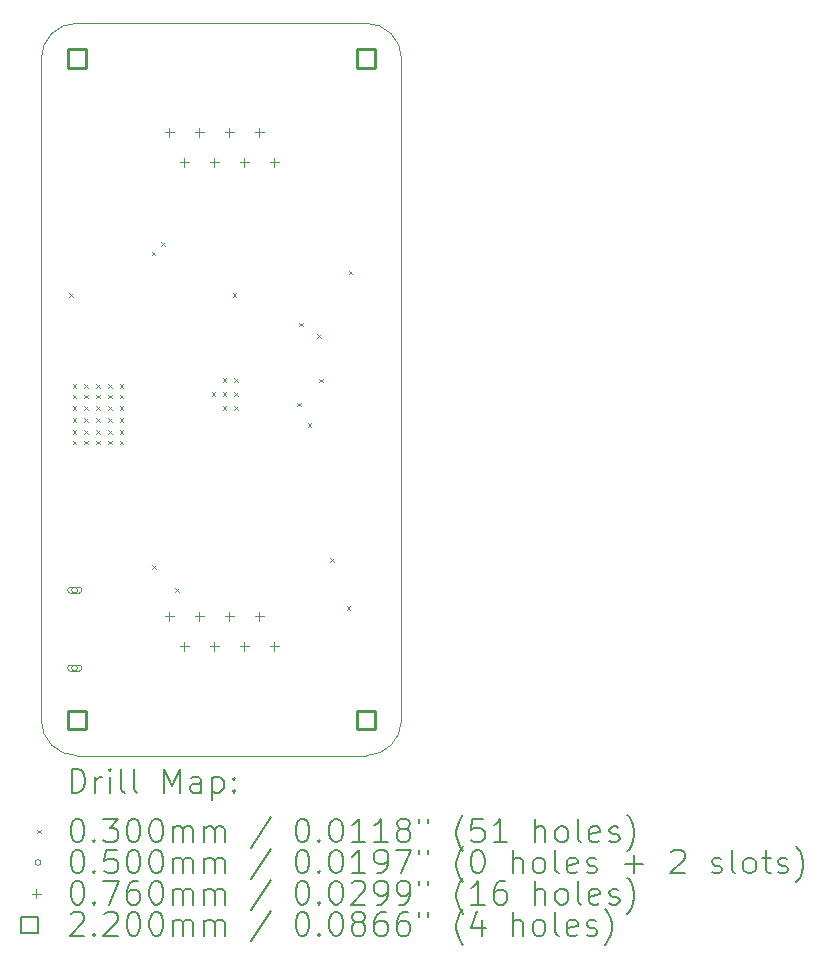
<source format=gbr>
%TF.GenerationSoftware,KiCad,Pcbnew,8.0.1-8.0.1-1~ubuntu22.04.1*%
%TF.CreationDate,2024-04-18T01:12:47-04:00*%
%TF.ProjectId,esp32_rover_devkit,65737033-325f-4726-9f76-65725f646576,rev?*%
%TF.SameCoordinates,Original*%
%TF.FileFunction,Drillmap*%
%TF.FilePolarity,Positive*%
%FSLAX45Y45*%
G04 Gerber Fmt 4.5, Leading zero omitted, Abs format (unit mm)*
G04 Created by KiCad (PCBNEW 8.0.1-8.0.1-1~ubuntu22.04.1) date 2024-04-18 01:12:47*
%MOMM*%
%LPD*%
G01*
G04 APERTURE LIST*
%ADD10C,0.050000*%
%ADD11C,0.200000*%
%ADD12C,0.100000*%
%ADD13C,0.220000*%
G04 APERTURE END LIST*
D10*
X4900000Y-7900000D02*
G75*
G02*
X4600000Y-8200000I-300000J0D01*
G01*
X2150000Y-8200000D02*
G75*
G02*
X1850000Y-7900000I0J300000D01*
G01*
X4900000Y-7900000D02*
X4900000Y-2300000D01*
X2150000Y-8200000D02*
X4600000Y-8200000D01*
X1850000Y-2300000D02*
X1850000Y-7900000D01*
X4600000Y-2000000D02*
G75*
G02*
X4900000Y-2300000I0J-300000D01*
G01*
X1850000Y-2300000D02*
G75*
G02*
X2150000Y-2000000I300000J0D01*
G01*
X4600000Y-2000000D02*
X2150000Y-2000000D01*
D11*
D12*
X2085000Y-4285000D02*
X2115000Y-4315000D01*
X2115000Y-4285000D02*
X2085000Y-4315000D01*
X2115000Y-5055000D02*
X2145000Y-5085000D01*
X2145000Y-5055000D02*
X2115000Y-5085000D01*
X2115000Y-5145000D02*
X2145000Y-5175000D01*
X2145000Y-5145000D02*
X2115000Y-5175000D01*
X2115000Y-5245000D02*
X2145000Y-5275000D01*
X2145000Y-5245000D02*
X2115000Y-5275000D01*
X2115000Y-5345000D02*
X2145000Y-5375000D01*
X2145000Y-5345000D02*
X2115000Y-5375000D01*
X2115000Y-5445000D02*
X2145000Y-5475000D01*
X2145000Y-5445000D02*
X2115000Y-5475000D01*
X2115000Y-5535000D02*
X2145000Y-5565000D01*
X2145000Y-5535000D02*
X2115000Y-5565000D01*
X2215000Y-5055000D02*
X2245000Y-5085000D01*
X2245000Y-5055000D02*
X2215000Y-5085000D01*
X2215000Y-5145000D02*
X2245000Y-5175000D01*
X2245000Y-5145000D02*
X2215000Y-5175000D01*
X2215000Y-5245000D02*
X2245000Y-5275000D01*
X2245000Y-5245000D02*
X2215000Y-5275000D01*
X2215000Y-5345000D02*
X2245000Y-5375000D01*
X2245000Y-5345000D02*
X2215000Y-5375000D01*
X2215000Y-5445000D02*
X2245000Y-5475000D01*
X2245000Y-5445000D02*
X2215000Y-5475000D01*
X2215000Y-5535000D02*
X2245000Y-5565000D01*
X2245000Y-5535000D02*
X2215000Y-5565000D01*
X2315000Y-5055000D02*
X2345000Y-5085000D01*
X2345000Y-5055000D02*
X2315000Y-5085000D01*
X2315000Y-5145000D02*
X2345000Y-5175000D01*
X2345000Y-5145000D02*
X2315000Y-5175000D01*
X2315000Y-5245000D02*
X2345000Y-5275000D01*
X2345000Y-5245000D02*
X2315000Y-5275000D01*
X2315000Y-5345000D02*
X2345000Y-5375000D01*
X2345000Y-5345000D02*
X2315000Y-5375000D01*
X2315000Y-5445000D02*
X2345000Y-5475000D01*
X2345000Y-5445000D02*
X2315000Y-5475000D01*
X2315000Y-5535000D02*
X2345000Y-5565000D01*
X2345000Y-5535000D02*
X2315000Y-5565000D01*
X2415000Y-5055000D02*
X2445000Y-5085000D01*
X2445000Y-5055000D02*
X2415000Y-5085000D01*
X2415000Y-5145000D02*
X2445000Y-5175000D01*
X2445000Y-5145000D02*
X2415000Y-5175000D01*
X2415000Y-5245000D02*
X2445000Y-5275000D01*
X2445000Y-5245000D02*
X2415000Y-5275000D01*
X2415000Y-5345000D02*
X2445000Y-5375000D01*
X2445000Y-5345000D02*
X2415000Y-5375000D01*
X2415000Y-5445000D02*
X2445000Y-5475000D01*
X2445000Y-5445000D02*
X2415000Y-5475000D01*
X2415000Y-5535000D02*
X2445000Y-5565000D01*
X2445000Y-5535000D02*
X2415000Y-5565000D01*
X2515000Y-5055000D02*
X2545000Y-5085000D01*
X2545000Y-5055000D02*
X2515000Y-5085000D01*
X2515000Y-5145000D02*
X2545000Y-5175000D01*
X2545000Y-5145000D02*
X2515000Y-5175000D01*
X2515000Y-5245000D02*
X2545000Y-5275000D01*
X2545000Y-5245000D02*
X2515000Y-5275000D01*
X2515000Y-5345000D02*
X2545000Y-5375000D01*
X2545000Y-5345000D02*
X2515000Y-5375000D01*
X2515000Y-5445000D02*
X2545000Y-5475000D01*
X2545000Y-5445000D02*
X2515000Y-5475000D01*
X2515000Y-5535000D02*
X2545000Y-5565000D01*
X2545000Y-5535000D02*
X2515000Y-5565000D01*
X2785000Y-3935000D02*
X2815000Y-3965000D01*
X2815000Y-3935000D02*
X2785000Y-3965000D01*
X2788750Y-6588750D02*
X2818750Y-6618750D01*
X2818750Y-6588750D02*
X2788750Y-6618750D01*
X2865000Y-3855000D02*
X2895000Y-3885000D01*
X2895000Y-3855000D02*
X2865000Y-3885000D01*
X2985000Y-6785000D02*
X3015000Y-6815000D01*
X3015000Y-6785000D02*
X2985000Y-6815000D01*
X3295000Y-5125000D02*
X3325000Y-5155000D01*
X3325000Y-5125000D02*
X3295000Y-5155000D01*
X3385000Y-5005000D02*
X3415000Y-5035000D01*
X3415000Y-5005000D02*
X3385000Y-5035000D01*
X3385000Y-5125000D02*
X3415000Y-5155000D01*
X3415000Y-5125000D02*
X3385000Y-5155000D01*
X3385000Y-5245000D02*
X3415000Y-5275000D01*
X3415000Y-5245000D02*
X3385000Y-5275000D01*
X3471180Y-4285645D02*
X3501180Y-4315645D01*
X3501180Y-4285645D02*
X3471180Y-4315645D01*
X3485000Y-5005000D02*
X3515000Y-5035000D01*
X3515000Y-5005000D02*
X3485000Y-5035000D01*
X3485000Y-5125000D02*
X3515000Y-5155000D01*
X3515000Y-5125000D02*
X3485000Y-5155000D01*
X3485000Y-5245000D02*
X3515000Y-5275000D01*
X3515000Y-5245000D02*
X3485000Y-5275000D01*
X4015000Y-5215000D02*
X4045000Y-5245000D01*
X4045000Y-5215000D02*
X4015000Y-5245000D01*
X4035000Y-4535000D02*
X4065000Y-4565000D01*
X4065000Y-4535000D02*
X4035000Y-4565000D01*
X4105000Y-5385000D02*
X4135000Y-5415000D01*
X4135000Y-5385000D02*
X4105000Y-5415000D01*
X4185000Y-4635000D02*
X4215000Y-4665000D01*
X4215000Y-4635000D02*
X4185000Y-4665000D01*
X4205000Y-5009000D02*
X4235000Y-5039000D01*
X4235000Y-5009000D02*
X4205000Y-5039000D01*
X4297210Y-6527910D02*
X4327210Y-6557910D01*
X4327210Y-6527910D02*
X4297210Y-6557910D01*
X4435000Y-6935000D02*
X4465000Y-6965000D01*
X4465000Y-6935000D02*
X4435000Y-6965000D01*
X4455000Y-4095000D02*
X4485000Y-4125000D01*
X4485000Y-4095000D02*
X4455000Y-4125000D01*
X2157500Y-6800000D02*
G75*
G02*
X2107500Y-6800000I-25000J0D01*
G01*
X2107500Y-6800000D02*
G75*
G02*
X2157500Y-6800000I25000J0D01*
G01*
X2097500Y-6825000D02*
X2167500Y-6825000D01*
X2167500Y-6775000D02*
G75*
G02*
X2167500Y-6825000I0J-25000D01*
G01*
X2167500Y-6775000D02*
X2097500Y-6775000D01*
X2097500Y-6775000D02*
G75*
G03*
X2097500Y-6825000I0J-25000D01*
G01*
X2157500Y-7460000D02*
G75*
G02*
X2107500Y-7460000I-25000J0D01*
G01*
X2107500Y-7460000D02*
G75*
G02*
X2157500Y-7460000I25000J0D01*
G01*
X2097500Y-7485000D02*
X2167500Y-7485000D01*
X2167500Y-7435000D02*
G75*
G02*
X2167500Y-7485000I0J-25000D01*
G01*
X2167500Y-7435000D02*
X2097500Y-7435000D01*
X2097500Y-7435000D02*
G75*
G03*
X2097500Y-7485000I0J-25000D01*
G01*
X2933900Y-2885000D02*
X2933900Y-2961000D01*
X2895900Y-2923000D02*
X2971900Y-2923000D01*
X2933900Y-6985000D02*
X2933900Y-7061000D01*
X2895900Y-7023000D02*
X2971900Y-7023000D01*
X3060900Y-3139000D02*
X3060900Y-3215000D01*
X3022900Y-3177000D02*
X3098900Y-3177000D01*
X3060900Y-7239000D02*
X3060900Y-7315000D01*
X3022900Y-7277000D02*
X3098900Y-7277000D01*
X3187900Y-2885000D02*
X3187900Y-2961000D01*
X3149900Y-2923000D02*
X3225900Y-2923000D01*
X3187900Y-6985000D02*
X3187900Y-7061000D01*
X3149900Y-7023000D02*
X3225900Y-7023000D01*
X3314900Y-3139000D02*
X3314900Y-3215000D01*
X3276900Y-3177000D02*
X3352900Y-3177000D01*
X3314900Y-7239000D02*
X3314900Y-7315000D01*
X3276900Y-7277000D02*
X3352900Y-7277000D01*
X3441900Y-2885000D02*
X3441900Y-2961000D01*
X3403900Y-2923000D02*
X3479900Y-2923000D01*
X3441900Y-6985000D02*
X3441900Y-7061000D01*
X3403900Y-7023000D02*
X3479900Y-7023000D01*
X3568900Y-3139000D02*
X3568900Y-3215000D01*
X3530900Y-3177000D02*
X3606900Y-3177000D01*
X3568900Y-7239000D02*
X3568900Y-7315000D01*
X3530900Y-7277000D02*
X3606900Y-7277000D01*
X3695900Y-2885000D02*
X3695900Y-2961000D01*
X3657900Y-2923000D02*
X3733900Y-2923000D01*
X3695900Y-6985000D02*
X3695900Y-7061000D01*
X3657900Y-7023000D02*
X3733900Y-7023000D01*
X3822900Y-3139000D02*
X3822900Y-3215000D01*
X3784900Y-3177000D02*
X3860900Y-3177000D01*
X3822900Y-7239000D02*
X3822900Y-7315000D01*
X3784900Y-7277000D02*
X3860900Y-7277000D01*
D13*
X2227783Y-2377783D02*
X2227783Y-2222218D01*
X2072217Y-2222218D01*
X2072217Y-2377783D01*
X2227783Y-2377783D01*
X2227783Y-7977782D02*
X2227783Y-7822217D01*
X2072217Y-7822217D01*
X2072217Y-7977782D01*
X2227783Y-7977782D01*
X4677783Y-2377783D02*
X4677783Y-2222218D01*
X4522218Y-2222218D01*
X4522218Y-2377783D01*
X4677783Y-2377783D01*
X4677783Y-7977782D02*
X4677783Y-7822217D01*
X4522218Y-7822217D01*
X4522218Y-7977782D01*
X4677783Y-7977782D01*
D11*
X2108277Y-8513984D02*
X2108277Y-8313984D01*
X2108277Y-8313984D02*
X2155896Y-8313984D01*
X2155896Y-8313984D02*
X2184467Y-8323508D01*
X2184467Y-8323508D02*
X2203515Y-8342555D01*
X2203515Y-8342555D02*
X2213039Y-8361603D01*
X2213039Y-8361603D02*
X2222563Y-8399698D01*
X2222563Y-8399698D02*
X2222563Y-8428270D01*
X2222563Y-8428270D02*
X2213039Y-8466365D01*
X2213039Y-8466365D02*
X2203515Y-8485412D01*
X2203515Y-8485412D02*
X2184467Y-8504460D01*
X2184467Y-8504460D02*
X2155896Y-8513984D01*
X2155896Y-8513984D02*
X2108277Y-8513984D01*
X2308277Y-8513984D02*
X2308277Y-8380650D01*
X2308277Y-8418746D02*
X2317801Y-8399698D01*
X2317801Y-8399698D02*
X2327324Y-8390174D01*
X2327324Y-8390174D02*
X2346372Y-8380650D01*
X2346372Y-8380650D02*
X2365420Y-8380650D01*
X2432086Y-8513984D02*
X2432086Y-8380650D01*
X2432086Y-8313984D02*
X2422563Y-8323508D01*
X2422563Y-8323508D02*
X2432086Y-8333031D01*
X2432086Y-8333031D02*
X2441610Y-8323508D01*
X2441610Y-8323508D02*
X2432086Y-8313984D01*
X2432086Y-8313984D02*
X2432086Y-8333031D01*
X2555896Y-8513984D02*
X2536848Y-8504460D01*
X2536848Y-8504460D02*
X2527324Y-8485412D01*
X2527324Y-8485412D02*
X2527324Y-8313984D01*
X2660658Y-8513984D02*
X2641610Y-8504460D01*
X2641610Y-8504460D02*
X2632086Y-8485412D01*
X2632086Y-8485412D02*
X2632086Y-8313984D01*
X2889229Y-8513984D02*
X2889229Y-8313984D01*
X2889229Y-8313984D02*
X2955896Y-8456841D01*
X2955896Y-8456841D02*
X3022562Y-8313984D01*
X3022562Y-8313984D02*
X3022562Y-8513984D01*
X3203515Y-8513984D02*
X3203515Y-8409222D01*
X3203515Y-8409222D02*
X3193991Y-8390174D01*
X3193991Y-8390174D02*
X3174943Y-8380650D01*
X3174943Y-8380650D02*
X3136848Y-8380650D01*
X3136848Y-8380650D02*
X3117801Y-8390174D01*
X3203515Y-8504460D02*
X3184467Y-8513984D01*
X3184467Y-8513984D02*
X3136848Y-8513984D01*
X3136848Y-8513984D02*
X3117801Y-8504460D01*
X3117801Y-8504460D02*
X3108277Y-8485412D01*
X3108277Y-8485412D02*
X3108277Y-8466365D01*
X3108277Y-8466365D02*
X3117801Y-8447317D01*
X3117801Y-8447317D02*
X3136848Y-8437793D01*
X3136848Y-8437793D02*
X3184467Y-8437793D01*
X3184467Y-8437793D02*
X3203515Y-8428270D01*
X3298753Y-8380650D02*
X3298753Y-8580650D01*
X3298753Y-8390174D02*
X3317801Y-8380650D01*
X3317801Y-8380650D02*
X3355896Y-8380650D01*
X3355896Y-8380650D02*
X3374943Y-8390174D01*
X3374943Y-8390174D02*
X3384467Y-8399698D01*
X3384467Y-8399698D02*
X3393991Y-8418746D01*
X3393991Y-8418746D02*
X3393991Y-8475889D01*
X3393991Y-8475889D02*
X3384467Y-8494936D01*
X3384467Y-8494936D02*
X3374943Y-8504460D01*
X3374943Y-8504460D02*
X3355896Y-8513984D01*
X3355896Y-8513984D02*
X3317801Y-8513984D01*
X3317801Y-8513984D02*
X3298753Y-8504460D01*
X3479705Y-8494936D02*
X3489229Y-8504460D01*
X3489229Y-8504460D02*
X3479705Y-8513984D01*
X3479705Y-8513984D02*
X3470182Y-8504460D01*
X3470182Y-8504460D02*
X3479705Y-8494936D01*
X3479705Y-8494936D02*
X3479705Y-8513984D01*
X3479705Y-8390174D02*
X3489229Y-8399698D01*
X3489229Y-8399698D02*
X3479705Y-8409222D01*
X3479705Y-8409222D02*
X3470182Y-8399698D01*
X3470182Y-8399698D02*
X3479705Y-8390174D01*
X3479705Y-8390174D02*
X3479705Y-8409222D01*
D12*
X1817500Y-8827500D02*
X1847500Y-8857500D01*
X1847500Y-8827500D02*
X1817500Y-8857500D01*
D11*
X2146372Y-8733984D02*
X2165420Y-8733984D01*
X2165420Y-8733984D02*
X2184467Y-8743508D01*
X2184467Y-8743508D02*
X2193991Y-8753031D01*
X2193991Y-8753031D02*
X2203515Y-8772079D01*
X2203515Y-8772079D02*
X2213039Y-8810174D01*
X2213039Y-8810174D02*
X2213039Y-8857793D01*
X2213039Y-8857793D02*
X2203515Y-8895889D01*
X2203515Y-8895889D02*
X2193991Y-8914936D01*
X2193991Y-8914936D02*
X2184467Y-8924460D01*
X2184467Y-8924460D02*
X2165420Y-8933984D01*
X2165420Y-8933984D02*
X2146372Y-8933984D01*
X2146372Y-8933984D02*
X2127324Y-8924460D01*
X2127324Y-8924460D02*
X2117801Y-8914936D01*
X2117801Y-8914936D02*
X2108277Y-8895889D01*
X2108277Y-8895889D02*
X2098753Y-8857793D01*
X2098753Y-8857793D02*
X2098753Y-8810174D01*
X2098753Y-8810174D02*
X2108277Y-8772079D01*
X2108277Y-8772079D02*
X2117801Y-8753031D01*
X2117801Y-8753031D02*
X2127324Y-8743508D01*
X2127324Y-8743508D02*
X2146372Y-8733984D01*
X2298753Y-8914936D02*
X2308277Y-8924460D01*
X2308277Y-8924460D02*
X2298753Y-8933984D01*
X2298753Y-8933984D02*
X2289229Y-8924460D01*
X2289229Y-8924460D02*
X2298753Y-8914936D01*
X2298753Y-8914936D02*
X2298753Y-8933984D01*
X2374944Y-8733984D02*
X2498753Y-8733984D01*
X2498753Y-8733984D02*
X2432086Y-8810174D01*
X2432086Y-8810174D02*
X2460658Y-8810174D01*
X2460658Y-8810174D02*
X2479705Y-8819698D01*
X2479705Y-8819698D02*
X2489229Y-8829222D01*
X2489229Y-8829222D02*
X2498753Y-8848270D01*
X2498753Y-8848270D02*
X2498753Y-8895889D01*
X2498753Y-8895889D02*
X2489229Y-8914936D01*
X2489229Y-8914936D02*
X2479705Y-8924460D01*
X2479705Y-8924460D02*
X2460658Y-8933984D01*
X2460658Y-8933984D02*
X2403515Y-8933984D01*
X2403515Y-8933984D02*
X2384467Y-8924460D01*
X2384467Y-8924460D02*
X2374944Y-8914936D01*
X2622563Y-8733984D02*
X2641610Y-8733984D01*
X2641610Y-8733984D02*
X2660658Y-8743508D01*
X2660658Y-8743508D02*
X2670182Y-8753031D01*
X2670182Y-8753031D02*
X2679705Y-8772079D01*
X2679705Y-8772079D02*
X2689229Y-8810174D01*
X2689229Y-8810174D02*
X2689229Y-8857793D01*
X2689229Y-8857793D02*
X2679705Y-8895889D01*
X2679705Y-8895889D02*
X2670182Y-8914936D01*
X2670182Y-8914936D02*
X2660658Y-8924460D01*
X2660658Y-8924460D02*
X2641610Y-8933984D01*
X2641610Y-8933984D02*
X2622563Y-8933984D01*
X2622563Y-8933984D02*
X2603515Y-8924460D01*
X2603515Y-8924460D02*
X2593991Y-8914936D01*
X2593991Y-8914936D02*
X2584467Y-8895889D01*
X2584467Y-8895889D02*
X2574944Y-8857793D01*
X2574944Y-8857793D02*
X2574944Y-8810174D01*
X2574944Y-8810174D02*
X2584467Y-8772079D01*
X2584467Y-8772079D02*
X2593991Y-8753031D01*
X2593991Y-8753031D02*
X2603515Y-8743508D01*
X2603515Y-8743508D02*
X2622563Y-8733984D01*
X2813039Y-8733984D02*
X2832086Y-8733984D01*
X2832086Y-8733984D02*
X2851134Y-8743508D01*
X2851134Y-8743508D02*
X2860658Y-8753031D01*
X2860658Y-8753031D02*
X2870182Y-8772079D01*
X2870182Y-8772079D02*
X2879705Y-8810174D01*
X2879705Y-8810174D02*
X2879705Y-8857793D01*
X2879705Y-8857793D02*
X2870182Y-8895889D01*
X2870182Y-8895889D02*
X2860658Y-8914936D01*
X2860658Y-8914936D02*
X2851134Y-8924460D01*
X2851134Y-8924460D02*
X2832086Y-8933984D01*
X2832086Y-8933984D02*
X2813039Y-8933984D01*
X2813039Y-8933984D02*
X2793991Y-8924460D01*
X2793991Y-8924460D02*
X2784467Y-8914936D01*
X2784467Y-8914936D02*
X2774944Y-8895889D01*
X2774944Y-8895889D02*
X2765420Y-8857793D01*
X2765420Y-8857793D02*
X2765420Y-8810174D01*
X2765420Y-8810174D02*
X2774944Y-8772079D01*
X2774944Y-8772079D02*
X2784467Y-8753031D01*
X2784467Y-8753031D02*
X2793991Y-8743508D01*
X2793991Y-8743508D02*
X2813039Y-8733984D01*
X2965420Y-8933984D02*
X2965420Y-8800650D01*
X2965420Y-8819698D02*
X2974943Y-8810174D01*
X2974943Y-8810174D02*
X2993991Y-8800650D01*
X2993991Y-8800650D02*
X3022563Y-8800650D01*
X3022563Y-8800650D02*
X3041610Y-8810174D01*
X3041610Y-8810174D02*
X3051134Y-8829222D01*
X3051134Y-8829222D02*
X3051134Y-8933984D01*
X3051134Y-8829222D02*
X3060658Y-8810174D01*
X3060658Y-8810174D02*
X3079705Y-8800650D01*
X3079705Y-8800650D02*
X3108277Y-8800650D01*
X3108277Y-8800650D02*
X3127324Y-8810174D01*
X3127324Y-8810174D02*
X3136848Y-8829222D01*
X3136848Y-8829222D02*
X3136848Y-8933984D01*
X3232086Y-8933984D02*
X3232086Y-8800650D01*
X3232086Y-8819698D02*
X3241610Y-8810174D01*
X3241610Y-8810174D02*
X3260658Y-8800650D01*
X3260658Y-8800650D02*
X3289229Y-8800650D01*
X3289229Y-8800650D02*
X3308277Y-8810174D01*
X3308277Y-8810174D02*
X3317801Y-8829222D01*
X3317801Y-8829222D02*
X3317801Y-8933984D01*
X3317801Y-8829222D02*
X3327324Y-8810174D01*
X3327324Y-8810174D02*
X3346372Y-8800650D01*
X3346372Y-8800650D02*
X3374943Y-8800650D01*
X3374943Y-8800650D02*
X3393991Y-8810174D01*
X3393991Y-8810174D02*
X3403515Y-8829222D01*
X3403515Y-8829222D02*
X3403515Y-8933984D01*
X3793991Y-8724460D02*
X3622563Y-8981603D01*
X4051134Y-8733984D02*
X4070182Y-8733984D01*
X4070182Y-8733984D02*
X4089229Y-8743508D01*
X4089229Y-8743508D02*
X4098753Y-8753031D01*
X4098753Y-8753031D02*
X4108277Y-8772079D01*
X4108277Y-8772079D02*
X4117801Y-8810174D01*
X4117801Y-8810174D02*
X4117801Y-8857793D01*
X4117801Y-8857793D02*
X4108277Y-8895889D01*
X4108277Y-8895889D02*
X4098753Y-8914936D01*
X4098753Y-8914936D02*
X4089229Y-8924460D01*
X4089229Y-8924460D02*
X4070182Y-8933984D01*
X4070182Y-8933984D02*
X4051134Y-8933984D01*
X4051134Y-8933984D02*
X4032086Y-8924460D01*
X4032086Y-8924460D02*
X4022563Y-8914936D01*
X4022563Y-8914936D02*
X4013039Y-8895889D01*
X4013039Y-8895889D02*
X4003515Y-8857793D01*
X4003515Y-8857793D02*
X4003515Y-8810174D01*
X4003515Y-8810174D02*
X4013039Y-8772079D01*
X4013039Y-8772079D02*
X4022563Y-8753031D01*
X4022563Y-8753031D02*
X4032086Y-8743508D01*
X4032086Y-8743508D02*
X4051134Y-8733984D01*
X4203515Y-8914936D02*
X4213039Y-8924460D01*
X4213039Y-8924460D02*
X4203515Y-8933984D01*
X4203515Y-8933984D02*
X4193991Y-8924460D01*
X4193991Y-8924460D02*
X4203515Y-8914936D01*
X4203515Y-8914936D02*
X4203515Y-8933984D01*
X4336848Y-8733984D02*
X4355896Y-8733984D01*
X4355896Y-8733984D02*
X4374944Y-8743508D01*
X4374944Y-8743508D02*
X4384468Y-8753031D01*
X4384468Y-8753031D02*
X4393991Y-8772079D01*
X4393991Y-8772079D02*
X4403515Y-8810174D01*
X4403515Y-8810174D02*
X4403515Y-8857793D01*
X4403515Y-8857793D02*
X4393991Y-8895889D01*
X4393991Y-8895889D02*
X4384468Y-8914936D01*
X4384468Y-8914936D02*
X4374944Y-8924460D01*
X4374944Y-8924460D02*
X4355896Y-8933984D01*
X4355896Y-8933984D02*
X4336848Y-8933984D01*
X4336848Y-8933984D02*
X4317801Y-8924460D01*
X4317801Y-8924460D02*
X4308277Y-8914936D01*
X4308277Y-8914936D02*
X4298753Y-8895889D01*
X4298753Y-8895889D02*
X4289229Y-8857793D01*
X4289229Y-8857793D02*
X4289229Y-8810174D01*
X4289229Y-8810174D02*
X4298753Y-8772079D01*
X4298753Y-8772079D02*
X4308277Y-8753031D01*
X4308277Y-8753031D02*
X4317801Y-8743508D01*
X4317801Y-8743508D02*
X4336848Y-8733984D01*
X4593991Y-8933984D02*
X4479706Y-8933984D01*
X4536848Y-8933984D02*
X4536848Y-8733984D01*
X4536848Y-8733984D02*
X4517801Y-8762555D01*
X4517801Y-8762555D02*
X4498753Y-8781603D01*
X4498753Y-8781603D02*
X4479706Y-8791127D01*
X4784468Y-8933984D02*
X4670182Y-8933984D01*
X4727325Y-8933984D02*
X4727325Y-8733984D01*
X4727325Y-8733984D02*
X4708277Y-8762555D01*
X4708277Y-8762555D02*
X4689229Y-8781603D01*
X4689229Y-8781603D02*
X4670182Y-8791127D01*
X4898753Y-8819698D02*
X4879706Y-8810174D01*
X4879706Y-8810174D02*
X4870182Y-8800650D01*
X4870182Y-8800650D02*
X4860658Y-8781603D01*
X4860658Y-8781603D02*
X4860658Y-8772079D01*
X4860658Y-8772079D02*
X4870182Y-8753031D01*
X4870182Y-8753031D02*
X4879706Y-8743508D01*
X4879706Y-8743508D02*
X4898753Y-8733984D01*
X4898753Y-8733984D02*
X4936849Y-8733984D01*
X4936849Y-8733984D02*
X4955896Y-8743508D01*
X4955896Y-8743508D02*
X4965420Y-8753031D01*
X4965420Y-8753031D02*
X4974944Y-8772079D01*
X4974944Y-8772079D02*
X4974944Y-8781603D01*
X4974944Y-8781603D02*
X4965420Y-8800650D01*
X4965420Y-8800650D02*
X4955896Y-8810174D01*
X4955896Y-8810174D02*
X4936849Y-8819698D01*
X4936849Y-8819698D02*
X4898753Y-8819698D01*
X4898753Y-8819698D02*
X4879706Y-8829222D01*
X4879706Y-8829222D02*
X4870182Y-8838746D01*
X4870182Y-8838746D02*
X4860658Y-8857793D01*
X4860658Y-8857793D02*
X4860658Y-8895889D01*
X4860658Y-8895889D02*
X4870182Y-8914936D01*
X4870182Y-8914936D02*
X4879706Y-8924460D01*
X4879706Y-8924460D02*
X4898753Y-8933984D01*
X4898753Y-8933984D02*
X4936849Y-8933984D01*
X4936849Y-8933984D02*
X4955896Y-8924460D01*
X4955896Y-8924460D02*
X4965420Y-8914936D01*
X4965420Y-8914936D02*
X4974944Y-8895889D01*
X4974944Y-8895889D02*
X4974944Y-8857793D01*
X4974944Y-8857793D02*
X4965420Y-8838746D01*
X4965420Y-8838746D02*
X4955896Y-8829222D01*
X4955896Y-8829222D02*
X4936849Y-8819698D01*
X5051134Y-8733984D02*
X5051134Y-8772079D01*
X5127325Y-8733984D02*
X5127325Y-8772079D01*
X5422563Y-9010174D02*
X5413039Y-9000650D01*
X5413039Y-9000650D02*
X5393991Y-8972079D01*
X5393991Y-8972079D02*
X5384468Y-8953031D01*
X5384468Y-8953031D02*
X5374944Y-8924460D01*
X5374944Y-8924460D02*
X5365420Y-8876841D01*
X5365420Y-8876841D02*
X5365420Y-8838746D01*
X5365420Y-8838746D02*
X5374944Y-8791127D01*
X5374944Y-8791127D02*
X5384468Y-8762555D01*
X5384468Y-8762555D02*
X5393991Y-8743508D01*
X5393991Y-8743508D02*
X5413039Y-8714936D01*
X5413039Y-8714936D02*
X5422563Y-8705412D01*
X5593991Y-8733984D02*
X5498753Y-8733984D01*
X5498753Y-8733984D02*
X5489230Y-8829222D01*
X5489230Y-8829222D02*
X5498753Y-8819698D01*
X5498753Y-8819698D02*
X5517801Y-8810174D01*
X5517801Y-8810174D02*
X5565420Y-8810174D01*
X5565420Y-8810174D02*
X5584468Y-8819698D01*
X5584468Y-8819698D02*
X5593991Y-8829222D01*
X5593991Y-8829222D02*
X5603515Y-8848270D01*
X5603515Y-8848270D02*
X5603515Y-8895889D01*
X5603515Y-8895889D02*
X5593991Y-8914936D01*
X5593991Y-8914936D02*
X5584468Y-8924460D01*
X5584468Y-8924460D02*
X5565420Y-8933984D01*
X5565420Y-8933984D02*
X5517801Y-8933984D01*
X5517801Y-8933984D02*
X5498753Y-8924460D01*
X5498753Y-8924460D02*
X5489230Y-8914936D01*
X5793991Y-8933984D02*
X5679706Y-8933984D01*
X5736848Y-8933984D02*
X5736848Y-8733984D01*
X5736848Y-8733984D02*
X5717801Y-8762555D01*
X5717801Y-8762555D02*
X5698753Y-8781603D01*
X5698753Y-8781603D02*
X5679706Y-8791127D01*
X6032087Y-8933984D02*
X6032087Y-8733984D01*
X6117801Y-8933984D02*
X6117801Y-8829222D01*
X6117801Y-8829222D02*
X6108277Y-8810174D01*
X6108277Y-8810174D02*
X6089230Y-8800650D01*
X6089230Y-8800650D02*
X6060658Y-8800650D01*
X6060658Y-8800650D02*
X6041610Y-8810174D01*
X6041610Y-8810174D02*
X6032087Y-8819698D01*
X6241610Y-8933984D02*
X6222563Y-8924460D01*
X6222563Y-8924460D02*
X6213039Y-8914936D01*
X6213039Y-8914936D02*
X6203515Y-8895889D01*
X6203515Y-8895889D02*
X6203515Y-8838746D01*
X6203515Y-8838746D02*
X6213039Y-8819698D01*
X6213039Y-8819698D02*
X6222563Y-8810174D01*
X6222563Y-8810174D02*
X6241610Y-8800650D01*
X6241610Y-8800650D02*
X6270182Y-8800650D01*
X6270182Y-8800650D02*
X6289230Y-8810174D01*
X6289230Y-8810174D02*
X6298753Y-8819698D01*
X6298753Y-8819698D02*
X6308277Y-8838746D01*
X6308277Y-8838746D02*
X6308277Y-8895889D01*
X6308277Y-8895889D02*
X6298753Y-8914936D01*
X6298753Y-8914936D02*
X6289230Y-8924460D01*
X6289230Y-8924460D02*
X6270182Y-8933984D01*
X6270182Y-8933984D02*
X6241610Y-8933984D01*
X6422563Y-8933984D02*
X6403515Y-8924460D01*
X6403515Y-8924460D02*
X6393991Y-8905412D01*
X6393991Y-8905412D02*
X6393991Y-8733984D01*
X6574944Y-8924460D02*
X6555896Y-8933984D01*
X6555896Y-8933984D02*
X6517801Y-8933984D01*
X6517801Y-8933984D02*
X6498753Y-8924460D01*
X6498753Y-8924460D02*
X6489230Y-8905412D01*
X6489230Y-8905412D02*
X6489230Y-8829222D01*
X6489230Y-8829222D02*
X6498753Y-8810174D01*
X6498753Y-8810174D02*
X6517801Y-8800650D01*
X6517801Y-8800650D02*
X6555896Y-8800650D01*
X6555896Y-8800650D02*
X6574944Y-8810174D01*
X6574944Y-8810174D02*
X6584468Y-8829222D01*
X6584468Y-8829222D02*
X6584468Y-8848270D01*
X6584468Y-8848270D02*
X6489230Y-8867317D01*
X6660658Y-8924460D02*
X6679706Y-8933984D01*
X6679706Y-8933984D02*
X6717801Y-8933984D01*
X6717801Y-8933984D02*
X6736849Y-8924460D01*
X6736849Y-8924460D02*
X6746372Y-8905412D01*
X6746372Y-8905412D02*
X6746372Y-8895889D01*
X6746372Y-8895889D02*
X6736849Y-8876841D01*
X6736849Y-8876841D02*
X6717801Y-8867317D01*
X6717801Y-8867317D02*
X6689230Y-8867317D01*
X6689230Y-8867317D02*
X6670182Y-8857793D01*
X6670182Y-8857793D02*
X6660658Y-8838746D01*
X6660658Y-8838746D02*
X6660658Y-8829222D01*
X6660658Y-8829222D02*
X6670182Y-8810174D01*
X6670182Y-8810174D02*
X6689230Y-8800650D01*
X6689230Y-8800650D02*
X6717801Y-8800650D01*
X6717801Y-8800650D02*
X6736849Y-8810174D01*
X6813039Y-9010174D02*
X6822563Y-9000650D01*
X6822563Y-9000650D02*
X6841611Y-8972079D01*
X6841611Y-8972079D02*
X6851134Y-8953031D01*
X6851134Y-8953031D02*
X6860658Y-8924460D01*
X6860658Y-8924460D02*
X6870182Y-8876841D01*
X6870182Y-8876841D02*
X6870182Y-8838746D01*
X6870182Y-8838746D02*
X6860658Y-8791127D01*
X6860658Y-8791127D02*
X6851134Y-8762555D01*
X6851134Y-8762555D02*
X6841611Y-8743508D01*
X6841611Y-8743508D02*
X6822563Y-8714936D01*
X6822563Y-8714936D02*
X6813039Y-8705412D01*
D12*
X1847500Y-9106500D02*
G75*
G02*
X1797500Y-9106500I-25000J0D01*
G01*
X1797500Y-9106500D02*
G75*
G02*
X1847500Y-9106500I25000J0D01*
G01*
D11*
X2146372Y-8997984D02*
X2165420Y-8997984D01*
X2165420Y-8997984D02*
X2184467Y-9007508D01*
X2184467Y-9007508D02*
X2193991Y-9017031D01*
X2193991Y-9017031D02*
X2203515Y-9036079D01*
X2203515Y-9036079D02*
X2213039Y-9074174D01*
X2213039Y-9074174D02*
X2213039Y-9121793D01*
X2213039Y-9121793D02*
X2203515Y-9159889D01*
X2203515Y-9159889D02*
X2193991Y-9178936D01*
X2193991Y-9178936D02*
X2184467Y-9188460D01*
X2184467Y-9188460D02*
X2165420Y-9197984D01*
X2165420Y-9197984D02*
X2146372Y-9197984D01*
X2146372Y-9197984D02*
X2127324Y-9188460D01*
X2127324Y-9188460D02*
X2117801Y-9178936D01*
X2117801Y-9178936D02*
X2108277Y-9159889D01*
X2108277Y-9159889D02*
X2098753Y-9121793D01*
X2098753Y-9121793D02*
X2098753Y-9074174D01*
X2098753Y-9074174D02*
X2108277Y-9036079D01*
X2108277Y-9036079D02*
X2117801Y-9017031D01*
X2117801Y-9017031D02*
X2127324Y-9007508D01*
X2127324Y-9007508D02*
X2146372Y-8997984D01*
X2298753Y-9178936D02*
X2308277Y-9188460D01*
X2308277Y-9188460D02*
X2298753Y-9197984D01*
X2298753Y-9197984D02*
X2289229Y-9188460D01*
X2289229Y-9188460D02*
X2298753Y-9178936D01*
X2298753Y-9178936D02*
X2298753Y-9197984D01*
X2489229Y-8997984D02*
X2393991Y-8997984D01*
X2393991Y-8997984D02*
X2384467Y-9093222D01*
X2384467Y-9093222D02*
X2393991Y-9083698D01*
X2393991Y-9083698D02*
X2413039Y-9074174D01*
X2413039Y-9074174D02*
X2460658Y-9074174D01*
X2460658Y-9074174D02*
X2479705Y-9083698D01*
X2479705Y-9083698D02*
X2489229Y-9093222D01*
X2489229Y-9093222D02*
X2498753Y-9112270D01*
X2498753Y-9112270D02*
X2498753Y-9159889D01*
X2498753Y-9159889D02*
X2489229Y-9178936D01*
X2489229Y-9178936D02*
X2479705Y-9188460D01*
X2479705Y-9188460D02*
X2460658Y-9197984D01*
X2460658Y-9197984D02*
X2413039Y-9197984D01*
X2413039Y-9197984D02*
X2393991Y-9188460D01*
X2393991Y-9188460D02*
X2384467Y-9178936D01*
X2622563Y-8997984D02*
X2641610Y-8997984D01*
X2641610Y-8997984D02*
X2660658Y-9007508D01*
X2660658Y-9007508D02*
X2670182Y-9017031D01*
X2670182Y-9017031D02*
X2679705Y-9036079D01*
X2679705Y-9036079D02*
X2689229Y-9074174D01*
X2689229Y-9074174D02*
X2689229Y-9121793D01*
X2689229Y-9121793D02*
X2679705Y-9159889D01*
X2679705Y-9159889D02*
X2670182Y-9178936D01*
X2670182Y-9178936D02*
X2660658Y-9188460D01*
X2660658Y-9188460D02*
X2641610Y-9197984D01*
X2641610Y-9197984D02*
X2622563Y-9197984D01*
X2622563Y-9197984D02*
X2603515Y-9188460D01*
X2603515Y-9188460D02*
X2593991Y-9178936D01*
X2593991Y-9178936D02*
X2584467Y-9159889D01*
X2584467Y-9159889D02*
X2574944Y-9121793D01*
X2574944Y-9121793D02*
X2574944Y-9074174D01*
X2574944Y-9074174D02*
X2584467Y-9036079D01*
X2584467Y-9036079D02*
X2593991Y-9017031D01*
X2593991Y-9017031D02*
X2603515Y-9007508D01*
X2603515Y-9007508D02*
X2622563Y-8997984D01*
X2813039Y-8997984D02*
X2832086Y-8997984D01*
X2832086Y-8997984D02*
X2851134Y-9007508D01*
X2851134Y-9007508D02*
X2860658Y-9017031D01*
X2860658Y-9017031D02*
X2870182Y-9036079D01*
X2870182Y-9036079D02*
X2879705Y-9074174D01*
X2879705Y-9074174D02*
X2879705Y-9121793D01*
X2879705Y-9121793D02*
X2870182Y-9159889D01*
X2870182Y-9159889D02*
X2860658Y-9178936D01*
X2860658Y-9178936D02*
X2851134Y-9188460D01*
X2851134Y-9188460D02*
X2832086Y-9197984D01*
X2832086Y-9197984D02*
X2813039Y-9197984D01*
X2813039Y-9197984D02*
X2793991Y-9188460D01*
X2793991Y-9188460D02*
X2784467Y-9178936D01*
X2784467Y-9178936D02*
X2774944Y-9159889D01*
X2774944Y-9159889D02*
X2765420Y-9121793D01*
X2765420Y-9121793D02*
X2765420Y-9074174D01*
X2765420Y-9074174D02*
X2774944Y-9036079D01*
X2774944Y-9036079D02*
X2784467Y-9017031D01*
X2784467Y-9017031D02*
X2793991Y-9007508D01*
X2793991Y-9007508D02*
X2813039Y-8997984D01*
X2965420Y-9197984D02*
X2965420Y-9064650D01*
X2965420Y-9083698D02*
X2974943Y-9074174D01*
X2974943Y-9074174D02*
X2993991Y-9064650D01*
X2993991Y-9064650D02*
X3022563Y-9064650D01*
X3022563Y-9064650D02*
X3041610Y-9074174D01*
X3041610Y-9074174D02*
X3051134Y-9093222D01*
X3051134Y-9093222D02*
X3051134Y-9197984D01*
X3051134Y-9093222D02*
X3060658Y-9074174D01*
X3060658Y-9074174D02*
X3079705Y-9064650D01*
X3079705Y-9064650D02*
X3108277Y-9064650D01*
X3108277Y-9064650D02*
X3127324Y-9074174D01*
X3127324Y-9074174D02*
X3136848Y-9093222D01*
X3136848Y-9093222D02*
X3136848Y-9197984D01*
X3232086Y-9197984D02*
X3232086Y-9064650D01*
X3232086Y-9083698D02*
X3241610Y-9074174D01*
X3241610Y-9074174D02*
X3260658Y-9064650D01*
X3260658Y-9064650D02*
X3289229Y-9064650D01*
X3289229Y-9064650D02*
X3308277Y-9074174D01*
X3308277Y-9074174D02*
X3317801Y-9093222D01*
X3317801Y-9093222D02*
X3317801Y-9197984D01*
X3317801Y-9093222D02*
X3327324Y-9074174D01*
X3327324Y-9074174D02*
X3346372Y-9064650D01*
X3346372Y-9064650D02*
X3374943Y-9064650D01*
X3374943Y-9064650D02*
X3393991Y-9074174D01*
X3393991Y-9074174D02*
X3403515Y-9093222D01*
X3403515Y-9093222D02*
X3403515Y-9197984D01*
X3793991Y-8988460D02*
X3622563Y-9245603D01*
X4051134Y-8997984D02*
X4070182Y-8997984D01*
X4070182Y-8997984D02*
X4089229Y-9007508D01*
X4089229Y-9007508D02*
X4098753Y-9017031D01*
X4098753Y-9017031D02*
X4108277Y-9036079D01*
X4108277Y-9036079D02*
X4117801Y-9074174D01*
X4117801Y-9074174D02*
X4117801Y-9121793D01*
X4117801Y-9121793D02*
X4108277Y-9159889D01*
X4108277Y-9159889D02*
X4098753Y-9178936D01*
X4098753Y-9178936D02*
X4089229Y-9188460D01*
X4089229Y-9188460D02*
X4070182Y-9197984D01*
X4070182Y-9197984D02*
X4051134Y-9197984D01*
X4051134Y-9197984D02*
X4032086Y-9188460D01*
X4032086Y-9188460D02*
X4022563Y-9178936D01*
X4022563Y-9178936D02*
X4013039Y-9159889D01*
X4013039Y-9159889D02*
X4003515Y-9121793D01*
X4003515Y-9121793D02*
X4003515Y-9074174D01*
X4003515Y-9074174D02*
X4013039Y-9036079D01*
X4013039Y-9036079D02*
X4022563Y-9017031D01*
X4022563Y-9017031D02*
X4032086Y-9007508D01*
X4032086Y-9007508D02*
X4051134Y-8997984D01*
X4203515Y-9178936D02*
X4213039Y-9188460D01*
X4213039Y-9188460D02*
X4203515Y-9197984D01*
X4203515Y-9197984D02*
X4193991Y-9188460D01*
X4193991Y-9188460D02*
X4203515Y-9178936D01*
X4203515Y-9178936D02*
X4203515Y-9197984D01*
X4336848Y-8997984D02*
X4355896Y-8997984D01*
X4355896Y-8997984D02*
X4374944Y-9007508D01*
X4374944Y-9007508D02*
X4384468Y-9017031D01*
X4384468Y-9017031D02*
X4393991Y-9036079D01*
X4393991Y-9036079D02*
X4403515Y-9074174D01*
X4403515Y-9074174D02*
X4403515Y-9121793D01*
X4403515Y-9121793D02*
X4393991Y-9159889D01*
X4393991Y-9159889D02*
X4384468Y-9178936D01*
X4384468Y-9178936D02*
X4374944Y-9188460D01*
X4374944Y-9188460D02*
X4355896Y-9197984D01*
X4355896Y-9197984D02*
X4336848Y-9197984D01*
X4336848Y-9197984D02*
X4317801Y-9188460D01*
X4317801Y-9188460D02*
X4308277Y-9178936D01*
X4308277Y-9178936D02*
X4298753Y-9159889D01*
X4298753Y-9159889D02*
X4289229Y-9121793D01*
X4289229Y-9121793D02*
X4289229Y-9074174D01*
X4289229Y-9074174D02*
X4298753Y-9036079D01*
X4298753Y-9036079D02*
X4308277Y-9017031D01*
X4308277Y-9017031D02*
X4317801Y-9007508D01*
X4317801Y-9007508D02*
X4336848Y-8997984D01*
X4593991Y-9197984D02*
X4479706Y-9197984D01*
X4536848Y-9197984D02*
X4536848Y-8997984D01*
X4536848Y-8997984D02*
X4517801Y-9026555D01*
X4517801Y-9026555D02*
X4498753Y-9045603D01*
X4498753Y-9045603D02*
X4479706Y-9055127D01*
X4689229Y-9197984D02*
X4727325Y-9197984D01*
X4727325Y-9197984D02*
X4746372Y-9188460D01*
X4746372Y-9188460D02*
X4755896Y-9178936D01*
X4755896Y-9178936D02*
X4774944Y-9150365D01*
X4774944Y-9150365D02*
X4784468Y-9112270D01*
X4784468Y-9112270D02*
X4784468Y-9036079D01*
X4784468Y-9036079D02*
X4774944Y-9017031D01*
X4774944Y-9017031D02*
X4765420Y-9007508D01*
X4765420Y-9007508D02*
X4746372Y-8997984D01*
X4746372Y-8997984D02*
X4708277Y-8997984D01*
X4708277Y-8997984D02*
X4689229Y-9007508D01*
X4689229Y-9007508D02*
X4679706Y-9017031D01*
X4679706Y-9017031D02*
X4670182Y-9036079D01*
X4670182Y-9036079D02*
X4670182Y-9083698D01*
X4670182Y-9083698D02*
X4679706Y-9102746D01*
X4679706Y-9102746D02*
X4689229Y-9112270D01*
X4689229Y-9112270D02*
X4708277Y-9121793D01*
X4708277Y-9121793D02*
X4746372Y-9121793D01*
X4746372Y-9121793D02*
X4765420Y-9112270D01*
X4765420Y-9112270D02*
X4774944Y-9102746D01*
X4774944Y-9102746D02*
X4784468Y-9083698D01*
X4851134Y-8997984D02*
X4984468Y-8997984D01*
X4984468Y-8997984D02*
X4898753Y-9197984D01*
X5051134Y-8997984D02*
X5051134Y-9036079D01*
X5127325Y-8997984D02*
X5127325Y-9036079D01*
X5422563Y-9274174D02*
X5413039Y-9264650D01*
X5413039Y-9264650D02*
X5393991Y-9236079D01*
X5393991Y-9236079D02*
X5384468Y-9217031D01*
X5384468Y-9217031D02*
X5374944Y-9188460D01*
X5374944Y-9188460D02*
X5365420Y-9140841D01*
X5365420Y-9140841D02*
X5365420Y-9102746D01*
X5365420Y-9102746D02*
X5374944Y-9055127D01*
X5374944Y-9055127D02*
X5384468Y-9026555D01*
X5384468Y-9026555D02*
X5393991Y-9007508D01*
X5393991Y-9007508D02*
X5413039Y-8978936D01*
X5413039Y-8978936D02*
X5422563Y-8969412D01*
X5536849Y-8997984D02*
X5555896Y-8997984D01*
X5555896Y-8997984D02*
X5574944Y-9007508D01*
X5574944Y-9007508D02*
X5584468Y-9017031D01*
X5584468Y-9017031D02*
X5593991Y-9036079D01*
X5593991Y-9036079D02*
X5603515Y-9074174D01*
X5603515Y-9074174D02*
X5603515Y-9121793D01*
X5603515Y-9121793D02*
X5593991Y-9159889D01*
X5593991Y-9159889D02*
X5584468Y-9178936D01*
X5584468Y-9178936D02*
X5574944Y-9188460D01*
X5574944Y-9188460D02*
X5555896Y-9197984D01*
X5555896Y-9197984D02*
X5536849Y-9197984D01*
X5536849Y-9197984D02*
X5517801Y-9188460D01*
X5517801Y-9188460D02*
X5508277Y-9178936D01*
X5508277Y-9178936D02*
X5498753Y-9159889D01*
X5498753Y-9159889D02*
X5489230Y-9121793D01*
X5489230Y-9121793D02*
X5489230Y-9074174D01*
X5489230Y-9074174D02*
X5498753Y-9036079D01*
X5498753Y-9036079D02*
X5508277Y-9017031D01*
X5508277Y-9017031D02*
X5517801Y-9007508D01*
X5517801Y-9007508D02*
X5536849Y-8997984D01*
X5841610Y-9197984D02*
X5841610Y-8997984D01*
X5927325Y-9197984D02*
X5927325Y-9093222D01*
X5927325Y-9093222D02*
X5917801Y-9074174D01*
X5917801Y-9074174D02*
X5898753Y-9064650D01*
X5898753Y-9064650D02*
X5870182Y-9064650D01*
X5870182Y-9064650D02*
X5851134Y-9074174D01*
X5851134Y-9074174D02*
X5841610Y-9083698D01*
X6051134Y-9197984D02*
X6032087Y-9188460D01*
X6032087Y-9188460D02*
X6022563Y-9178936D01*
X6022563Y-9178936D02*
X6013039Y-9159889D01*
X6013039Y-9159889D02*
X6013039Y-9102746D01*
X6013039Y-9102746D02*
X6022563Y-9083698D01*
X6022563Y-9083698D02*
X6032087Y-9074174D01*
X6032087Y-9074174D02*
X6051134Y-9064650D01*
X6051134Y-9064650D02*
X6079706Y-9064650D01*
X6079706Y-9064650D02*
X6098753Y-9074174D01*
X6098753Y-9074174D02*
X6108277Y-9083698D01*
X6108277Y-9083698D02*
X6117801Y-9102746D01*
X6117801Y-9102746D02*
X6117801Y-9159889D01*
X6117801Y-9159889D02*
X6108277Y-9178936D01*
X6108277Y-9178936D02*
X6098753Y-9188460D01*
X6098753Y-9188460D02*
X6079706Y-9197984D01*
X6079706Y-9197984D02*
X6051134Y-9197984D01*
X6232087Y-9197984D02*
X6213039Y-9188460D01*
X6213039Y-9188460D02*
X6203515Y-9169412D01*
X6203515Y-9169412D02*
X6203515Y-8997984D01*
X6384468Y-9188460D02*
X6365420Y-9197984D01*
X6365420Y-9197984D02*
X6327325Y-9197984D01*
X6327325Y-9197984D02*
X6308277Y-9188460D01*
X6308277Y-9188460D02*
X6298753Y-9169412D01*
X6298753Y-9169412D02*
X6298753Y-9093222D01*
X6298753Y-9093222D02*
X6308277Y-9074174D01*
X6308277Y-9074174D02*
X6327325Y-9064650D01*
X6327325Y-9064650D02*
X6365420Y-9064650D01*
X6365420Y-9064650D02*
X6384468Y-9074174D01*
X6384468Y-9074174D02*
X6393991Y-9093222D01*
X6393991Y-9093222D02*
X6393991Y-9112270D01*
X6393991Y-9112270D02*
X6298753Y-9131317D01*
X6470182Y-9188460D02*
X6489230Y-9197984D01*
X6489230Y-9197984D02*
X6527325Y-9197984D01*
X6527325Y-9197984D02*
X6546372Y-9188460D01*
X6546372Y-9188460D02*
X6555896Y-9169412D01*
X6555896Y-9169412D02*
X6555896Y-9159889D01*
X6555896Y-9159889D02*
X6546372Y-9140841D01*
X6546372Y-9140841D02*
X6527325Y-9131317D01*
X6527325Y-9131317D02*
X6498753Y-9131317D01*
X6498753Y-9131317D02*
X6479706Y-9121793D01*
X6479706Y-9121793D02*
X6470182Y-9102746D01*
X6470182Y-9102746D02*
X6470182Y-9093222D01*
X6470182Y-9093222D02*
X6479706Y-9074174D01*
X6479706Y-9074174D02*
X6498753Y-9064650D01*
X6498753Y-9064650D02*
X6527325Y-9064650D01*
X6527325Y-9064650D02*
X6546372Y-9074174D01*
X6793992Y-9121793D02*
X6946373Y-9121793D01*
X6870182Y-9197984D02*
X6870182Y-9045603D01*
X7184468Y-9017031D02*
X7193992Y-9007508D01*
X7193992Y-9007508D02*
X7213039Y-8997984D01*
X7213039Y-8997984D02*
X7260658Y-8997984D01*
X7260658Y-8997984D02*
X7279706Y-9007508D01*
X7279706Y-9007508D02*
X7289230Y-9017031D01*
X7289230Y-9017031D02*
X7298753Y-9036079D01*
X7298753Y-9036079D02*
X7298753Y-9055127D01*
X7298753Y-9055127D02*
X7289230Y-9083698D01*
X7289230Y-9083698D02*
X7174944Y-9197984D01*
X7174944Y-9197984D02*
X7298753Y-9197984D01*
X7527325Y-9188460D02*
X7546373Y-9197984D01*
X7546373Y-9197984D02*
X7584468Y-9197984D01*
X7584468Y-9197984D02*
X7603515Y-9188460D01*
X7603515Y-9188460D02*
X7613039Y-9169412D01*
X7613039Y-9169412D02*
X7613039Y-9159889D01*
X7613039Y-9159889D02*
X7603515Y-9140841D01*
X7603515Y-9140841D02*
X7584468Y-9131317D01*
X7584468Y-9131317D02*
X7555896Y-9131317D01*
X7555896Y-9131317D02*
X7536849Y-9121793D01*
X7536849Y-9121793D02*
X7527325Y-9102746D01*
X7527325Y-9102746D02*
X7527325Y-9093222D01*
X7527325Y-9093222D02*
X7536849Y-9074174D01*
X7536849Y-9074174D02*
X7555896Y-9064650D01*
X7555896Y-9064650D02*
X7584468Y-9064650D01*
X7584468Y-9064650D02*
X7603515Y-9074174D01*
X7727325Y-9197984D02*
X7708277Y-9188460D01*
X7708277Y-9188460D02*
X7698754Y-9169412D01*
X7698754Y-9169412D02*
X7698754Y-8997984D01*
X7832087Y-9197984D02*
X7813039Y-9188460D01*
X7813039Y-9188460D02*
X7803515Y-9178936D01*
X7803515Y-9178936D02*
X7793992Y-9159889D01*
X7793992Y-9159889D02*
X7793992Y-9102746D01*
X7793992Y-9102746D02*
X7803515Y-9083698D01*
X7803515Y-9083698D02*
X7813039Y-9074174D01*
X7813039Y-9074174D02*
X7832087Y-9064650D01*
X7832087Y-9064650D02*
X7860658Y-9064650D01*
X7860658Y-9064650D02*
X7879706Y-9074174D01*
X7879706Y-9074174D02*
X7889230Y-9083698D01*
X7889230Y-9083698D02*
X7898754Y-9102746D01*
X7898754Y-9102746D02*
X7898754Y-9159889D01*
X7898754Y-9159889D02*
X7889230Y-9178936D01*
X7889230Y-9178936D02*
X7879706Y-9188460D01*
X7879706Y-9188460D02*
X7860658Y-9197984D01*
X7860658Y-9197984D02*
X7832087Y-9197984D01*
X7955896Y-9064650D02*
X8032087Y-9064650D01*
X7984468Y-8997984D02*
X7984468Y-9169412D01*
X7984468Y-9169412D02*
X7993992Y-9188460D01*
X7993992Y-9188460D02*
X8013039Y-9197984D01*
X8013039Y-9197984D02*
X8032087Y-9197984D01*
X8089230Y-9188460D02*
X8108277Y-9197984D01*
X8108277Y-9197984D02*
X8146373Y-9197984D01*
X8146373Y-9197984D02*
X8165420Y-9188460D01*
X8165420Y-9188460D02*
X8174944Y-9169412D01*
X8174944Y-9169412D02*
X8174944Y-9159889D01*
X8174944Y-9159889D02*
X8165420Y-9140841D01*
X8165420Y-9140841D02*
X8146373Y-9131317D01*
X8146373Y-9131317D02*
X8117801Y-9131317D01*
X8117801Y-9131317D02*
X8098754Y-9121793D01*
X8098754Y-9121793D02*
X8089230Y-9102746D01*
X8089230Y-9102746D02*
X8089230Y-9093222D01*
X8089230Y-9093222D02*
X8098754Y-9074174D01*
X8098754Y-9074174D02*
X8117801Y-9064650D01*
X8117801Y-9064650D02*
X8146373Y-9064650D01*
X8146373Y-9064650D02*
X8165420Y-9074174D01*
X8241611Y-9274174D02*
X8251135Y-9264650D01*
X8251135Y-9264650D02*
X8270182Y-9236079D01*
X8270182Y-9236079D02*
X8279706Y-9217031D01*
X8279706Y-9217031D02*
X8289230Y-9188460D01*
X8289230Y-9188460D02*
X8298754Y-9140841D01*
X8298754Y-9140841D02*
X8298754Y-9102746D01*
X8298754Y-9102746D02*
X8289230Y-9055127D01*
X8289230Y-9055127D02*
X8279706Y-9026555D01*
X8279706Y-9026555D02*
X8270182Y-9007508D01*
X8270182Y-9007508D02*
X8251135Y-8978936D01*
X8251135Y-8978936D02*
X8241611Y-8969412D01*
D12*
X1809500Y-9332500D02*
X1809500Y-9408500D01*
X1771500Y-9370500D02*
X1847500Y-9370500D01*
D11*
X2146372Y-9261984D02*
X2165420Y-9261984D01*
X2165420Y-9261984D02*
X2184467Y-9271508D01*
X2184467Y-9271508D02*
X2193991Y-9281031D01*
X2193991Y-9281031D02*
X2203515Y-9300079D01*
X2203515Y-9300079D02*
X2213039Y-9338174D01*
X2213039Y-9338174D02*
X2213039Y-9385793D01*
X2213039Y-9385793D02*
X2203515Y-9423889D01*
X2203515Y-9423889D02*
X2193991Y-9442936D01*
X2193991Y-9442936D02*
X2184467Y-9452460D01*
X2184467Y-9452460D02*
X2165420Y-9461984D01*
X2165420Y-9461984D02*
X2146372Y-9461984D01*
X2146372Y-9461984D02*
X2127324Y-9452460D01*
X2127324Y-9452460D02*
X2117801Y-9442936D01*
X2117801Y-9442936D02*
X2108277Y-9423889D01*
X2108277Y-9423889D02*
X2098753Y-9385793D01*
X2098753Y-9385793D02*
X2098753Y-9338174D01*
X2098753Y-9338174D02*
X2108277Y-9300079D01*
X2108277Y-9300079D02*
X2117801Y-9281031D01*
X2117801Y-9281031D02*
X2127324Y-9271508D01*
X2127324Y-9271508D02*
X2146372Y-9261984D01*
X2298753Y-9442936D02*
X2308277Y-9452460D01*
X2308277Y-9452460D02*
X2298753Y-9461984D01*
X2298753Y-9461984D02*
X2289229Y-9452460D01*
X2289229Y-9452460D02*
X2298753Y-9442936D01*
X2298753Y-9442936D02*
X2298753Y-9461984D01*
X2374944Y-9261984D02*
X2508277Y-9261984D01*
X2508277Y-9261984D02*
X2422563Y-9461984D01*
X2670182Y-9261984D02*
X2632086Y-9261984D01*
X2632086Y-9261984D02*
X2613039Y-9271508D01*
X2613039Y-9271508D02*
X2603515Y-9281031D01*
X2603515Y-9281031D02*
X2584467Y-9309603D01*
X2584467Y-9309603D02*
X2574944Y-9347698D01*
X2574944Y-9347698D02*
X2574944Y-9423889D01*
X2574944Y-9423889D02*
X2584467Y-9442936D01*
X2584467Y-9442936D02*
X2593991Y-9452460D01*
X2593991Y-9452460D02*
X2613039Y-9461984D01*
X2613039Y-9461984D02*
X2651134Y-9461984D01*
X2651134Y-9461984D02*
X2670182Y-9452460D01*
X2670182Y-9452460D02*
X2679705Y-9442936D01*
X2679705Y-9442936D02*
X2689229Y-9423889D01*
X2689229Y-9423889D02*
X2689229Y-9376270D01*
X2689229Y-9376270D02*
X2679705Y-9357222D01*
X2679705Y-9357222D02*
X2670182Y-9347698D01*
X2670182Y-9347698D02*
X2651134Y-9338174D01*
X2651134Y-9338174D02*
X2613039Y-9338174D01*
X2613039Y-9338174D02*
X2593991Y-9347698D01*
X2593991Y-9347698D02*
X2584467Y-9357222D01*
X2584467Y-9357222D02*
X2574944Y-9376270D01*
X2813039Y-9261984D02*
X2832086Y-9261984D01*
X2832086Y-9261984D02*
X2851134Y-9271508D01*
X2851134Y-9271508D02*
X2860658Y-9281031D01*
X2860658Y-9281031D02*
X2870182Y-9300079D01*
X2870182Y-9300079D02*
X2879705Y-9338174D01*
X2879705Y-9338174D02*
X2879705Y-9385793D01*
X2879705Y-9385793D02*
X2870182Y-9423889D01*
X2870182Y-9423889D02*
X2860658Y-9442936D01*
X2860658Y-9442936D02*
X2851134Y-9452460D01*
X2851134Y-9452460D02*
X2832086Y-9461984D01*
X2832086Y-9461984D02*
X2813039Y-9461984D01*
X2813039Y-9461984D02*
X2793991Y-9452460D01*
X2793991Y-9452460D02*
X2784467Y-9442936D01*
X2784467Y-9442936D02*
X2774944Y-9423889D01*
X2774944Y-9423889D02*
X2765420Y-9385793D01*
X2765420Y-9385793D02*
X2765420Y-9338174D01*
X2765420Y-9338174D02*
X2774944Y-9300079D01*
X2774944Y-9300079D02*
X2784467Y-9281031D01*
X2784467Y-9281031D02*
X2793991Y-9271508D01*
X2793991Y-9271508D02*
X2813039Y-9261984D01*
X2965420Y-9461984D02*
X2965420Y-9328650D01*
X2965420Y-9347698D02*
X2974943Y-9338174D01*
X2974943Y-9338174D02*
X2993991Y-9328650D01*
X2993991Y-9328650D02*
X3022563Y-9328650D01*
X3022563Y-9328650D02*
X3041610Y-9338174D01*
X3041610Y-9338174D02*
X3051134Y-9357222D01*
X3051134Y-9357222D02*
X3051134Y-9461984D01*
X3051134Y-9357222D02*
X3060658Y-9338174D01*
X3060658Y-9338174D02*
X3079705Y-9328650D01*
X3079705Y-9328650D02*
X3108277Y-9328650D01*
X3108277Y-9328650D02*
X3127324Y-9338174D01*
X3127324Y-9338174D02*
X3136848Y-9357222D01*
X3136848Y-9357222D02*
X3136848Y-9461984D01*
X3232086Y-9461984D02*
X3232086Y-9328650D01*
X3232086Y-9347698D02*
X3241610Y-9338174D01*
X3241610Y-9338174D02*
X3260658Y-9328650D01*
X3260658Y-9328650D02*
X3289229Y-9328650D01*
X3289229Y-9328650D02*
X3308277Y-9338174D01*
X3308277Y-9338174D02*
X3317801Y-9357222D01*
X3317801Y-9357222D02*
X3317801Y-9461984D01*
X3317801Y-9357222D02*
X3327324Y-9338174D01*
X3327324Y-9338174D02*
X3346372Y-9328650D01*
X3346372Y-9328650D02*
X3374943Y-9328650D01*
X3374943Y-9328650D02*
X3393991Y-9338174D01*
X3393991Y-9338174D02*
X3403515Y-9357222D01*
X3403515Y-9357222D02*
X3403515Y-9461984D01*
X3793991Y-9252460D02*
X3622563Y-9509603D01*
X4051134Y-9261984D02*
X4070182Y-9261984D01*
X4070182Y-9261984D02*
X4089229Y-9271508D01*
X4089229Y-9271508D02*
X4098753Y-9281031D01*
X4098753Y-9281031D02*
X4108277Y-9300079D01*
X4108277Y-9300079D02*
X4117801Y-9338174D01*
X4117801Y-9338174D02*
X4117801Y-9385793D01*
X4117801Y-9385793D02*
X4108277Y-9423889D01*
X4108277Y-9423889D02*
X4098753Y-9442936D01*
X4098753Y-9442936D02*
X4089229Y-9452460D01*
X4089229Y-9452460D02*
X4070182Y-9461984D01*
X4070182Y-9461984D02*
X4051134Y-9461984D01*
X4051134Y-9461984D02*
X4032086Y-9452460D01*
X4032086Y-9452460D02*
X4022563Y-9442936D01*
X4022563Y-9442936D02*
X4013039Y-9423889D01*
X4013039Y-9423889D02*
X4003515Y-9385793D01*
X4003515Y-9385793D02*
X4003515Y-9338174D01*
X4003515Y-9338174D02*
X4013039Y-9300079D01*
X4013039Y-9300079D02*
X4022563Y-9281031D01*
X4022563Y-9281031D02*
X4032086Y-9271508D01*
X4032086Y-9271508D02*
X4051134Y-9261984D01*
X4203515Y-9442936D02*
X4213039Y-9452460D01*
X4213039Y-9452460D02*
X4203515Y-9461984D01*
X4203515Y-9461984D02*
X4193991Y-9452460D01*
X4193991Y-9452460D02*
X4203515Y-9442936D01*
X4203515Y-9442936D02*
X4203515Y-9461984D01*
X4336848Y-9261984D02*
X4355896Y-9261984D01*
X4355896Y-9261984D02*
X4374944Y-9271508D01*
X4374944Y-9271508D02*
X4384468Y-9281031D01*
X4384468Y-9281031D02*
X4393991Y-9300079D01*
X4393991Y-9300079D02*
X4403515Y-9338174D01*
X4403515Y-9338174D02*
X4403515Y-9385793D01*
X4403515Y-9385793D02*
X4393991Y-9423889D01*
X4393991Y-9423889D02*
X4384468Y-9442936D01*
X4384468Y-9442936D02*
X4374944Y-9452460D01*
X4374944Y-9452460D02*
X4355896Y-9461984D01*
X4355896Y-9461984D02*
X4336848Y-9461984D01*
X4336848Y-9461984D02*
X4317801Y-9452460D01*
X4317801Y-9452460D02*
X4308277Y-9442936D01*
X4308277Y-9442936D02*
X4298753Y-9423889D01*
X4298753Y-9423889D02*
X4289229Y-9385793D01*
X4289229Y-9385793D02*
X4289229Y-9338174D01*
X4289229Y-9338174D02*
X4298753Y-9300079D01*
X4298753Y-9300079D02*
X4308277Y-9281031D01*
X4308277Y-9281031D02*
X4317801Y-9271508D01*
X4317801Y-9271508D02*
X4336848Y-9261984D01*
X4479706Y-9281031D02*
X4489229Y-9271508D01*
X4489229Y-9271508D02*
X4508277Y-9261984D01*
X4508277Y-9261984D02*
X4555896Y-9261984D01*
X4555896Y-9261984D02*
X4574944Y-9271508D01*
X4574944Y-9271508D02*
X4584468Y-9281031D01*
X4584468Y-9281031D02*
X4593991Y-9300079D01*
X4593991Y-9300079D02*
X4593991Y-9319127D01*
X4593991Y-9319127D02*
X4584468Y-9347698D01*
X4584468Y-9347698D02*
X4470182Y-9461984D01*
X4470182Y-9461984D02*
X4593991Y-9461984D01*
X4689229Y-9461984D02*
X4727325Y-9461984D01*
X4727325Y-9461984D02*
X4746372Y-9452460D01*
X4746372Y-9452460D02*
X4755896Y-9442936D01*
X4755896Y-9442936D02*
X4774944Y-9414365D01*
X4774944Y-9414365D02*
X4784468Y-9376270D01*
X4784468Y-9376270D02*
X4784468Y-9300079D01*
X4784468Y-9300079D02*
X4774944Y-9281031D01*
X4774944Y-9281031D02*
X4765420Y-9271508D01*
X4765420Y-9271508D02*
X4746372Y-9261984D01*
X4746372Y-9261984D02*
X4708277Y-9261984D01*
X4708277Y-9261984D02*
X4689229Y-9271508D01*
X4689229Y-9271508D02*
X4679706Y-9281031D01*
X4679706Y-9281031D02*
X4670182Y-9300079D01*
X4670182Y-9300079D02*
X4670182Y-9347698D01*
X4670182Y-9347698D02*
X4679706Y-9366746D01*
X4679706Y-9366746D02*
X4689229Y-9376270D01*
X4689229Y-9376270D02*
X4708277Y-9385793D01*
X4708277Y-9385793D02*
X4746372Y-9385793D01*
X4746372Y-9385793D02*
X4765420Y-9376270D01*
X4765420Y-9376270D02*
X4774944Y-9366746D01*
X4774944Y-9366746D02*
X4784468Y-9347698D01*
X4879706Y-9461984D02*
X4917801Y-9461984D01*
X4917801Y-9461984D02*
X4936849Y-9452460D01*
X4936849Y-9452460D02*
X4946372Y-9442936D01*
X4946372Y-9442936D02*
X4965420Y-9414365D01*
X4965420Y-9414365D02*
X4974944Y-9376270D01*
X4974944Y-9376270D02*
X4974944Y-9300079D01*
X4974944Y-9300079D02*
X4965420Y-9281031D01*
X4965420Y-9281031D02*
X4955896Y-9271508D01*
X4955896Y-9271508D02*
X4936849Y-9261984D01*
X4936849Y-9261984D02*
X4898753Y-9261984D01*
X4898753Y-9261984D02*
X4879706Y-9271508D01*
X4879706Y-9271508D02*
X4870182Y-9281031D01*
X4870182Y-9281031D02*
X4860658Y-9300079D01*
X4860658Y-9300079D02*
X4860658Y-9347698D01*
X4860658Y-9347698D02*
X4870182Y-9366746D01*
X4870182Y-9366746D02*
X4879706Y-9376270D01*
X4879706Y-9376270D02*
X4898753Y-9385793D01*
X4898753Y-9385793D02*
X4936849Y-9385793D01*
X4936849Y-9385793D02*
X4955896Y-9376270D01*
X4955896Y-9376270D02*
X4965420Y-9366746D01*
X4965420Y-9366746D02*
X4974944Y-9347698D01*
X5051134Y-9261984D02*
X5051134Y-9300079D01*
X5127325Y-9261984D02*
X5127325Y-9300079D01*
X5422563Y-9538174D02*
X5413039Y-9528650D01*
X5413039Y-9528650D02*
X5393991Y-9500079D01*
X5393991Y-9500079D02*
X5384468Y-9481031D01*
X5384468Y-9481031D02*
X5374944Y-9452460D01*
X5374944Y-9452460D02*
X5365420Y-9404841D01*
X5365420Y-9404841D02*
X5365420Y-9366746D01*
X5365420Y-9366746D02*
X5374944Y-9319127D01*
X5374944Y-9319127D02*
X5384468Y-9290555D01*
X5384468Y-9290555D02*
X5393991Y-9271508D01*
X5393991Y-9271508D02*
X5413039Y-9242936D01*
X5413039Y-9242936D02*
X5422563Y-9233412D01*
X5603515Y-9461984D02*
X5489230Y-9461984D01*
X5546372Y-9461984D02*
X5546372Y-9261984D01*
X5546372Y-9261984D02*
X5527325Y-9290555D01*
X5527325Y-9290555D02*
X5508277Y-9309603D01*
X5508277Y-9309603D02*
X5489230Y-9319127D01*
X5774944Y-9261984D02*
X5736848Y-9261984D01*
X5736848Y-9261984D02*
X5717801Y-9271508D01*
X5717801Y-9271508D02*
X5708277Y-9281031D01*
X5708277Y-9281031D02*
X5689229Y-9309603D01*
X5689229Y-9309603D02*
X5679706Y-9347698D01*
X5679706Y-9347698D02*
X5679706Y-9423889D01*
X5679706Y-9423889D02*
X5689229Y-9442936D01*
X5689229Y-9442936D02*
X5698753Y-9452460D01*
X5698753Y-9452460D02*
X5717801Y-9461984D01*
X5717801Y-9461984D02*
X5755896Y-9461984D01*
X5755896Y-9461984D02*
X5774944Y-9452460D01*
X5774944Y-9452460D02*
X5784468Y-9442936D01*
X5784468Y-9442936D02*
X5793991Y-9423889D01*
X5793991Y-9423889D02*
X5793991Y-9376270D01*
X5793991Y-9376270D02*
X5784468Y-9357222D01*
X5784468Y-9357222D02*
X5774944Y-9347698D01*
X5774944Y-9347698D02*
X5755896Y-9338174D01*
X5755896Y-9338174D02*
X5717801Y-9338174D01*
X5717801Y-9338174D02*
X5698753Y-9347698D01*
X5698753Y-9347698D02*
X5689229Y-9357222D01*
X5689229Y-9357222D02*
X5679706Y-9376270D01*
X6032087Y-9461984D02*
X6032087Y-9261984D01*
X6117801Y-9461984D02*
X6117801Y-9357222D01*
X6117801Y-9357222D02*
X6108277Y-9338174D01*
X6108277Y-9338174D02*
X6089230Y-9328650D01*
X6089230Y-9328650D02*
X6060658Y-9328650D01*
X6060658Y-9328650D02*
X6041610Y-9338174D01*
X6041610Y-9338174D02*
X6032087Y-9347698D01*
X6241610Y-9461984D02*
X6222563Y-9452460D01*
X6222563Y-9452460D02*
X6213039Y-9442936D01*
X6213039Y-9442936D02*
X6203515Y-9423889D01*
X6203515Y-9423889D02*
X6203515Y-9366746D01*
X6203515Y-9366746D02*
X6213039Y-9347698D01*
X6213039Y-9347698D02*
X6222563Y-9338174D01*
X6222563Y-9338174D02*
X6241610Y-9328650D01*
X6241610Y-9328650D02*
X6270182Y-9328650D01*
X6270182Y-9328650D02*
X6289230Y-9338174D01*
X6289230Y-9338174D02*
X6298753Y-9347698D01*
X6298753Y-9347698D02*
X6308277Y-9366746D01*
X6308277Y-9366746D02*
X6308277Y-9423889D01*
X6308277Y-9423889D02*
X6298753Y-9442936D01*
X6298753Y-9442936D02*
X6289230Y-9452460D01*
X6289230Y-9452460D02*
X6270182Y-9461984D01*
X6270182Y-9461984D02*
X6241610Y-9461984D01*
X6422563Y-9461984D02*
X6403515Y-9452460D01*
X6403515Y-9452460D02*
X6393991Y-9433412D01*
X6393991Y-9433412D02*
X6393991Y-9261984D01*
X6574944Y-9452460D02*
X6555896Y-9461984D01*
X6555896Y-9461984D02*
X6517801Y-9461984D01*
X6517801Y-9461984D02*
X6498753Y-9452460D01*
X6498753Y-9452460D02*
X6489230Y-9433412D01*
X6489230Y-9433412D02*
X6489230Y-9357222D01*
X6489230Y-9357222D02*
X6498753Y-9338174D01*
X6498753Y-9338174D02*
X6517801Y-9328650D01*
X6517801Y-9328650D02*
X6555896Y-9328650D01*
X6555896Y-9328650D02*
X6574944Y-9338174D01*
X6574944Y-9338174D02*
X6584468Y-9357222D01*
X6584468Y-9357222D02*
X6584468Y-9376270D01*
X6584468Y-9376270D02*
X6489230Y-9395317D01*
X6660658Y-9452460D02*
X6679706Y-9461984D01*
X6679706Y-9461984D02*
X6717801Y-9461984D01*
X6717801Y-9461984D02*
X6736849Y-9452460D01*
X6736849Y-9452460D02*
X6746372Y-9433412D01*
X6746372Y-9433412D02*
X6746372Y-9423889D01*
X6746372Y-9423889D02*
X6736849Y-9404841D01*
X6736849Y-9404841D02*
X6717801Y-9395317D01*
X6717801Y-9395317D02*
X6689230Y-9395317D01*
X6689230Y-9395317D02*
X6670182Y-9385793D01*
X6670182Y-9385793D02*
X6660658Y-9366746D01*
X6660658Y-9366746D02*
X6660658Y-9357222D01*
X6660658Y-9357222D02*
X6670182Y-9338174D01*
X6670182Y-9338174D02*
X6689230Y-9328650D01*
X6689230Y-9328650D02*
X6717801Y-9328650D01*
X6717801Y-9328650D02*
X6736849Y-9338174D01*
X6813039Y-9538174D02*
X6822563Y-9528650D01*
X6822563Y-9528650D02*
X6841611Y-9500079D01*
X6841611Y-9500079D02*
X6851134Y-9481031D01*
X6851134Y-9481031D02*
X6860658Y-9452460D01*
X6860658Y-9452460D02*
X6870182Y-9404841D01*
X6870182Y-9404841D02*
X6870182Y-9366746D01*
X6870182Y-9366746D02*
X6860658Y-9319127D01*
X6860658Y-9319127D02*
X6851134Y-9290555D01*
X6851134Y-9290555D02*
X6841611Y-9271508D01*
X6841611Y-9271508D02*
X6822563Y-9242936D01*
X6822563Y-9242936D02*
X6813039Y-9233412D01*
X1818211Y-9705211D02*
X1818211Y-9563789D01*
X1676789Y-9563789D01*
X1676789Y-9705211D01*
X1818211Y-9705211D01*
X2098753Y-9545031D02*
X2108277Y-9535508D01*
X2108277Y-9535508D02*
X2127324Y-9525984D01*
X2127324Y-9525984D02*
X2174944Y-9525984D01*
X2174944Y-9525984D02*
X2193991Y-9535508D01*
X2193991Y-9535508D02*
X2203515Y-9545031D01*
X2203515Y-9545031D02*
X2213039Y-9564079D01*
X2213039Y-9564079D02*
X2213039Y-9583127D01*
X2213039Y-9583127D02*
X2203515Y-9611698D01*
X2203515Y-9611698D02*
X2089229Y-9725984D01*
X2089229Y-9725984D02*
X2213039Y-9725984D01*
X2298753Y-9706936D02*
X2308277Y-9716460D01*
X2308277Y-9716460D02*
X2298753Y-9725984D01*
X2298753Y-9725984D02*
X2289229Y-9716460D01*
X2289229Y-9716460D02*
X2298753Y-9706936D01*
X2298753Y-9706936D02*
X2298753Y-9725984D01*
X2384467Y-9545031D02*
X2393991Y-9535508D01*
X2393991Y-9535508D02*
X2413039Y-9525984D01*
X2413039Y-9525984D02*
X2460658Y-9525984D01*
X2460658Y-9525984D02*
X2479705Y-9535508D01*
X2479705Y-9535508D02*
X2489229Y-9545031D01*
X2489229Y-9545031D02*
X2498753Y-9564079D01*
X2498753Y-9564079D02*
X2498753Y-9583127D01*
X2498753Y-9583127D02*
X2489229Y-9611698D01*
X2489229Y-9611698D02*
X2374944Y-9725984D01*
X2374944Y-9725984D02*
X2498753Y-9725984D01*
X2622563Y-9525984D02*
X2641610Y-9525984D01*
X2641610Y-9525984D02*
X2660658Y-9535508D01*
X2660658Y-9535508D02*
X2670182Y-9545031D01*
X2670182Y-9545031D02*
X2679705Y-9564079D01*
X2679705Y-9564079D02*
X2689229Y-9602174D01*
X2689229Y-9602174D02*
X2689229Y-9649793D01*
X2689229Y-9649793D02*
X2679705Y-9687889D01*
X2679705Y-9687889D02*
X2670182Y-9706936D01*
X2670182Y-9706936D02*
X2660658Y-9716460D01*
X2660658Y-9716460D02*
X2641610Y-9725984D01*
X2641610Y-9725984D02*
X2622563Y-9725984D01*
X2622563Y-9725984D02*
X2603515Y-9716460D01*
X2603515Y-9716460D02*
X2593991Y-9706936D01*
X2593991Y-9706936D02*
X2584467Y-9687889D01*
X2584467Y-9687889D02*
X2574944Y-9649793D01*
X2574944Y-9649793D02*
X2574944Y-9602174D01*
X2574944Y-9602174D02*
X2584467Y-9564079D01*
X2584467Y-9564079D02*
X2593991Y-9545031D01*
X2593991Y-9545031D02*
X2603515Y-9535508D01*
X2603515Y-9535508D02*
X2622563Y-9525984D01*
X2813039Y-9525984D02*
X2832086Y-9525984D01*
X2832086Y-9525984D02*
X2851134Y-9535508D01*
X2851134Y-9535508D02*
X2860658Y-9545031D01*
X2860658Y-9545031D02*
X2870182Y-9564079D01*
X2870182Y-9564079D02*
X2879705Y-9602174D01*
X2879705Y-9602174D02*
X2879705Y-9649793D01*
X2879705Y-9649793D02*
X2870182Y-9687889D01*
X2870182Y-9687889D02*
X2860658Y-9706936D01*
X2860658Y-9706936D02*
X2851134Y-9716460D01*
X2851134Y-9716460D02*
X2832086Y-9725984D01*
X2832086Y-9725984D02*
X2813039Y-9725984D01*
X2813039Y-9725984D02*
X2793991Y-9716460D01*
X2793991Y-9716460D02*
X2784467Y-9706936D01*
X2784467Y-9706936D02*
X2774944Y-9687889D01*
X2774944Y-9687889D02*
X2765420Y-9649793D01*
X2765420Y-9649793D02*
X2765420Y-9602174D01*
X2765420Y-9602174D02*
X2774944Y-9564079D01*
X2774944Y-9564079D02*
X2784467Y-9545031D01*
X2784467Y-9545031D02*
X2793991Y-9535508D01*
X2793991Y-9535508D02*
X2813039Y-9525984D01*
X2965420Y-9725984D02*
X2965420Y-9592650D01*
X2965420Y-9611698D02*
X2974943Y-9602174D01*
X2974943Y-9602174D02*
X2993991Y-9592650D01*
X2993991Y-9592650D02*
X3022563Y-9592650D01*
X3022563Y-9592650D02*
X3041610Y-9602174D01*
X3041610Y-9602174D02*
X3051134Y-9621222D01*
X3051134Y-9621222D02*
X3051134Y-9725984D01*
X3051134Y-9621222D02*
X3060658Y-9602174D01*
X3060658Y-9602174D02*
X3079705Y-9592650D01*
X3079705Y-9592650D02*
X3108277Y-9592650D01*
X3108277Y-9592650D02*
X3127324Y-9602174D01*
X3127324Y-9602174D02*
X3136848Y-9621222D01*
X3136848Y-9621222D02*
X3136848Y-9725984D01*
X3232086Y-9725984D02*
X3232086Y-9592650D01*
X3232086Y-9611698D02*
X3241610Y-9602174D01*
X3241610Y-9602174D02*
X3260658Y-9592650D01*
X3260658Y-9592650D02*
X3289229Y-9592650D01*
X3289229Y-9592650D02*
X3308277Y-9602174D01*
X3308277Y-9602174D02*
X3317801Y-9621222D01*
X3317801Y-9621222D02*
X3317801Y-9725984D01*
X3317801Y-9621222D02*
X3327324Y-9602174D01*
X3327324Y-9602174D02*
X3346372Y-9592650D01*
X3346372Y-9592650D02*
X3374943Y-9592650D01*
X3374943Y-9592650D02*
X3393991Y-9602174D01*
X3393991Y-9602174D02*
X3403515Y-9621222D01*
X3403515Y-9621222D02*
X3403515Y-9725984D01*
X3793991Y-9516460D02*
X3622563Y-9773603D01*
X4051134Y-9525984D02*
X4070182Y-9525984D01*
X4070182Y-9525984D02*
X4089229Y-9535508D01*
X4089229Y-9535508D02*
X4098753Y-9545031D01*
X4098753Y-9545031D02*
X4108277Y-9564079D01*
X4108277Y-9564079D02*
X4117801Y-9602174D01*
X4117801Y-9602174D02*
X4117801Y-9649793D01*
X4117801Y-9649793D02*
X4108277Y-9687889D01*
X4108277Y-9687889D02*
X4098753Y-9706936D01*
X4098753Y-9706936D02*
X4089229Y-9716460D01*
X4089229Y-9716460D02*
X4070182Y-9725984D01*
X4070182Y-9725984D02*
X4051134Y-9725984D01*
X4051134Y-9725984D02*
X4032086Y-9716460D01*
X4032086Y-9716460D02*
X4022563Y-9706936D01*
X4022563Y-9706936D02*
X4013039Y-9687889D01*
X4013039Y-9687889D02*
X4003515Y-9649793D01*
X4003515Y-9649793D02*
X4003515Y-9602174D01*
X4003515Y-9602174D02*
X4013039Y-9564079D01*
X4013039Y-9564079D02*
X4022563Y-9545031D01*
X4022563Y-9545031D02*
X4032086Y-9535508D01*
X4032086Y-9535508D02*
X4051134Y-9525984D01*
X4203515Y-9706936D02*
X4213039Y-9716460D01*
X4213039Y-9716460D02*
X4203515Y-9725984D01*
X4203515Y-9725984D02*
X4193991Y-9716460D01*
X4193991Y-9716460D02*
X4203515Y-9706936D01*
X4203515Y-9706936D02*
X4203515Y-9725984D01*
X4336848Y-9525984D02*
X4355896Y-9525984D01*
X4355896Y-9525984D02*
X4374944Y-9535508D01*
X4374944Y-9535508D02*
X4384468Y-9545031D01*
X4384468Y-9545031D02*
X4393991Y-9564079D01*
X4393991Y-9564079D02*
X4403515Y-9602174D01*
X4403515Y-9602174D02*
X4403515Y-9649793D01*
X4403515Y-9649793D02*
X4393991Y-9687889D01*
X4393991Y-9687889D02*
X4384468Y-9706936D01*
X4384468Y-9706936D02*
X4374944Y-9716460D01*
X4374944Y-9716460D02*
X4355896Y-9725984D01*
X4355896Y-9725984D02*
X4336848Y-9725984D01*
X4336848Y-9725984D02*
X4317801Y-9716460D01*
X4317801Y-9716460D02*
X4308277Y-9706936D01*
X4308277Y-9706936D02*
X4298753Y-9687889D01*
X4298753Y-9687889D02*
X4289229Y-9649793D01*
X4289229Y-9649793D02*
X4289229Y-9602174D01*
X4289229Y-9602174D02*
X4298753Y-9564079D01*
X4298753Y-9564079D02*
X4308277Y-9545031D01*
X4308277Y-9545031D02*
X4317801Y-9535508D01*
X4317801Y-9535508D02*
X4336848Y-9525984D01*
X4517801Y-9611698D02*
X4498753Y-9602174D01*
X4498753Y-9602174D02*
X4489229Y-9592650D01*
X4489229Y-9592650D02*
X4479706Y-9573603D01*
X4479706Y-9573603D02*
X4479706Y-9564079D01*
X4479706Y-9564079D02*
X4489229Y-9545031D01*
X4489229Y-9545031D02*
X4498753Y-9535508D01*
X4498753Y-9535508D02*
X4517801Y-9525984D01*
X4517801Y-9525984D02*
X4555896Y-9525984D01*
X4555896Y-9525984D02*
X4574944Y-9535508D01*
X4574944Y-9535508D02*
X4584468Y-9545031D01*
X4584468Y-9545031D02*
X4593991Y-9564079D01*
X4593991Y-9564079D02*
X4593991Y-9573603D01*
X4593991Y-9573603D02*
X4584468Y-9592650D01*
X4584468Y-9592650D02*
X4574944Y-9602174D01*
X4574944Y-9602174D02*
X4555896Y-9611698D01*
X4555896Y-9611698D02*
X4517801Y-9611698D01*
X4517801Y-9611698D02*
X4498753Y-9621222D01*
X4498753Y-9621222D02*
X4489229Y-9630746D01*
X4489229Y-9630746D02*
X4479706Y-9649793D01*
X4479706Y-9649793D02*
X4479706Y-9687889D01*
X4479706Y-9687889D02*
X4489229Y-9706936D01*
X4489229Y-9706936D02*
X4498753Y-9716460D01*
X4498753Y-9716460D02*
X4517801Y-9725984D01*
X4517801Y-9725984D02*
X4555896Y-9725984D01*
X4555896Y-9725984D02*
X4574944Y-9716460D01*
X4574944Y-9716460D02*
X4584468Y-9706936D01*
X4584468Y-9706936D02*
X4593991Y-9687889D01*
X4593991Y-9687889D02*
X4593991Y-9649793D01*
X4593991Y-9649793D02*
X4584468Y-9630746D01*
X4584468Y-9630746D02*
X4574944Y-9621222D01*
X4574944Y-9621222D02*
X4555896Y-9611698D01*
X4765420Y-9525984D02*
X4727325Y-9525984D01*
X4727325Y-9525984D02*
X4708277Y-9535508D01*
X4708277Y-9535508D02*
X4698753Y-9545031D01*
X4698753Y-9545031D02*
X4679706Y-9573603D01*
X4679706Y-9573603D02*
X4670182Y-9611698D01*
X4670182Y-9611698D02*
X4670182Y-9687889D01*
X4670182Y-9687889D02*
X4679706Y-9706936D01*
X4679706Y-9706936D02*
X4689229Y-9716460D01*
X4689229Y-9716460D02*
X4708277Y-9725984D01*
X4708277Y-9725984D02*
X4746372Y-9725984D01*
X4746372Y-9725984D02*
X4765420Y-9716460D01*
X4765420Y-9716460D02*
X4774944Y-9706936D01*
X4774944Y-9706936D02*
X4784468Y-9687889D01*
X4784468Y-9687889D02*
X4784468Y-9640270D01*
X4784468Y-9640270D02*
X4774944Y-9621222D01*
X4774944Y-9621222D02*
X4765420Y-9611698D01*
X4765420Y-9611698D02*
X4746372Y-9602174D01*
X4746372Y-9602174D02*
X4708277Y-9602174D01*
X4708277Y-9602174D02*
X4689229Y-9611698D01*
X4689229Y-9611698D02*
X4679706Y-9621222D01*
X4679706Y-9621222D02*
X4670182Y-9640270D01*
X4955896Y-9525984D02*
X4917801Y-9525984D01*
X4917801Y-9525984D02*
X4898753Y-9535508D01*
X4898753Y-9535508D02*
X4889229Y-9545031D01*
X4889229Y-9545031D02*
X4870182Y-9573603D01*
X4870182Y-9573603D02*
X4860658Y-9611698D01*
X4860658Y-9611698D02*
X4860658Y-9687889D01*
X4860658Y-9687889D02*
X4870182Y-9706936D01*
X4870182Y-9706936D02*
X4879706Y-9716460D01*
X4879706Y-9716460D02*
X4898753Y-9725984D01*
X4898753Y-9725984D02*
X4936849Y-9725984D01*
X4936849Y-9725984D02*
X4955896Y-9716460D01*
X4955896Y-9716460D02*
X4965420Y-9706936D01*
X4965420Y-9706936D02*
X4974944Y-9687889D01*
X4974944Y-9687889D02*
X4974944Y-9640270D01*
X4974944Y-9640270D02*
X4965420Y-9621222D01*
X4965420Y-9621222D02*
X4955896Y-9611698D01*
X4955896Y-9611698D02*
X4936849Y-9602174D01*
X4936849Y-9602174D02*
X4898753Y-9602174D01*
X4898753Y-9602174D02*
X4879706Y-9611698D01*
X4879706Y-9611698D02*
X4870182Y-9621222D01*
X4870182Y-9621222D02*
X4860658Y-9640270D01*
X5051134Y-9525984D02*
X5051134Y-9564079D01*
X5127325Y-9525984D02*
X5127325Y-9564079D01*
X5422563Y-9802174D02*
X5413039Y-9792650D01*
X5413039Y-9792650D02*
X5393991Y-9764079D01*
X5393991Y-9764079D02*
X5384468Y-9745031D01*
X5384468Y-9745031D02*
X5374944Y-9716460D01*
X5374944Y-9716460D02*
X5365420Y-9668841D01*
X5365420Y-9668841D02*
X5365420Y-9630746D01*
X5365420Y-9630746D02*
X5374944Y-9583127D01*
X5374944Y-9583127D02*
X5384468Y-9554555D01*
X5384468Y-9554555D02*
X5393991Y-9535508D01*
X5393991Y-9535508D02*
X5413039Y-9506936D01*
X5413039Y-9506936D02*
X5422563Y-9497412D01*
X5584468Y-9592650D02*
X5584468Y-9725984D01*
X5536849Y-9516460D02*
X5489230Y-9659317D01*
X5489230Y-9659317D02*
X5613039Y-9659317D01*
X5841610Y-9725984D02*
X5841610Y-9525984D01*
X5927325Y-9725984D02*
X5927325Y-9621222D01*
X5927325Y-9621222D02*
X5917801Y-9602174D01*
X5917801Y-9602174D02*
X5898753Y-9592650D01*
X5898753Y-9592650D02*
X5870182Y-9592650D01*
X5870182Y-9592650D02*
X5851134Y-9602174D01*
X5851134Y-9602174D02*
X5841610Y-9611698D01*
X6051134Y-9725984D02*
X6032087Y-9716460D01*
X6032087Y-9716460D02*
X6022563Y-9706936D01*
X6022563Y-9706936D02*
X6013039Y-9687889D01*
X6013039Y-9687889D02*
X6013039Y-9630746D01*
X6013039Y-9630746D02*
X6022563Y-9611698D01*
X6022563Y-9611698D02*
X6032087Y-9602174D01*
X6032087Y-9602174D02*
X6051134Y-9592650D01*
X6051134Y-9592650D02*
X6079706Y-9592650D01*
X6079706Y-9592650D02*
X6098753Y-9602174D01*
X6098753Y-9602174D02*
X6108277Y-9611698D01*
X6108277Y-9611698D02*
X6117801Y-9630746D01*
X6117801Y-9630746D02*
X6117801Y-9687889D01*
X6117801Y-9687889D02*
X6108277Y-9706936D01*
X6108277Y-9706936D02*
X6098753Y-9716460D01*
X6098753Y-9716460D02*
X6079706Y-9725984D01*
X6079706Y-9725984D02*
X6051134Y-9725984D01*
X6232087Y-9725984D02*
X6213039Y-9716460D01*
X6213039Y-9716460D02*
X6203515Y-9697412D01*
X6203515Y-9697412D02*
X6203515Y-9525984D01*
X6384468Y-9716460D02*
X6365420Y-9725984D01*
X6365420Y-9725984D02*
X6327325Y-9725984D01*
X6327325Y-9725984D02*
X6308277Y-9716460D01*
X6308277Y-9716460D02*
X6298753Y-9697412D01*
X6298753Y-9697412D02*
X6298753Y-9621222D01*
X6298753Y-9621222D02*
X6308277Y-9602174D01*
X6308277Y-9602174D02*
X6327325Y-9592650D01*
X6327325Y-9592650D02*
X6365420Y-9592650D01*
X6365420Y-9592650D02*
X6384468Y-9602174D01*
X6384468Y-9602174D02*
X6393991Y-9621222D01*
X6393991Y-9621222D02*
X6393991Y-9640270D01*
X6393991Y-9640270D02*
X6298753Y-9659317D01*
X6470182Y-9716460D02*
X6489230Y-9725984D01*
X6489230Y-9725984D02*
X6527325Y-9725984D01*
X6527325Y-9725984D02*
X6546372Y-9716460D01*
X6546372Y-9716460D02*
X6555896Y-9697412D01*
X6555896Y-9697412D02*
X6555896Y-9687889D01*
X6555896Y-9687889D02*
X6546372Y-9668841D01*
X6546372Y-9668841D02*
X6527325Y-9659317D01*
X6527325Y-9659317D02*
X6498753Y-9659317D01*
X6498753Y-9659317D02*
X6479706Y-9649793D01*
X6479706Y-9649793D02*
X6470182Y-9630746D01*
X6470182Y-9630746D02*
X6470182Y-9621222D01*
X6470182Y-9621222D02*
X6479706Y-9602174D01*
X6479706Y-9602174D02*
X6498753Y-9592650D01*
X6498753Y-9592650D02*
X6527325Y-9592650D01*
X6527325Y-9592650D02*
X6546372Y-9602174D01*
X6622563Y-9802174D02*
X6632087Y-9792650D01*
X6632087Y-9792650D02*
X6651134Y-9764079D01*
X6651134Y-9764079D02*
X6660658Y-9745031D01*
X6660658Y-9745031D02*
X6670182Y-9716460D01*
X6670182Y-9716460D02*
X6679706Y-9668841D01*
X6679706Y-9668841D02*
X6679706Y-9630746D01*
X6679706Y-9630746D02*
X6670182Y-9583127D01*
X6670182Y-9583127D02*
X6660658Y-9554555D01*
X6660658Y-9554555D02*
X6651134Y-9535508D01*
X6651134Y-9535508D02*
X6632087Y-9506936D01*
X6632087Y-9506936D02*
X6622563Y-9497412D01*
M02*

</source>
